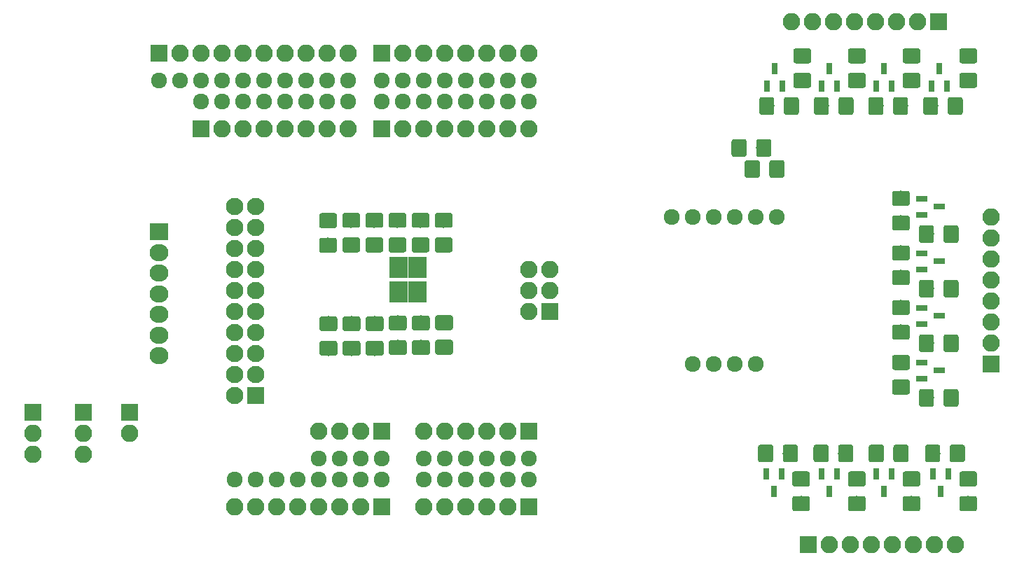
<source format=gbr>
G04 #@! TF.GenerationSoftware,KiCad,Pcbnew,5.0.0-fee4fd1~66~ubuntu18.04.1*
G04 #@! TF.CreationDate,2018-10-02T15:59:07+02:00*
G04 #@! TF.ProjectId,pcb,7063622E6B696361645F706362000000,rev?*
G04 #@! TF.SameCoordinates,Original*
G04 #@! TF.FileFunction,Soldermask,Bot*
G04 #@! TF.FilePolarity,Negative*
%FSLAX46Y46*%
G04 Gerber Fmt 4.6, Leading zero omitted, Abs format (unit mm)*
G04 Created by KiCad (PCBNEW 5.0.0-fee4fd1~66~ubuntu18.04.1) date Tue Oct  2 15:59:07 2018*
%MOMM*%
%LPD*%
G01*
G04 APERTURE LIST*
%ADD10C,1.924000*%
%ADD11C,1.923000*%
%ADD12C,0.100000*%
%ADD13C,1.825000*%
%ADD14O,2.250000X2.100000*%
%ADD15R,2.250000X2.100000*%
%ADD16O,2.100000X2.100000*%
%ADD17R,2.100000X2.100000*%
%ADD18C,2.100000*%
%ADD19R,0.740000X1.440000*%
%ADD20R,1.440000X0.740000*%
%ADD21R,2.200000X2.500000*%
G04 APERTURE END LIST*
D10*
G04 #@! TO.C,U2*
X83820000Y-101600000D03*
X86360000Y-101600000D03*
X74676000Y-53340000D03*
X77216000Y-53340000D03*
X93980000Y-101600000D03*
D11*
X79756000Y-53340000D03*
D10*
X82296000Y-53340000D03*
X84836000Y-53340000D03*
X87376000Y-53340000D03*
X89916000Y-53340000D03*
X92456000Y-53340000D03*
X94996000Y-53340000D03*
X97536000Y-53340000D03*
X101600000Y-53340000D03*
X104140000Y-53340000D03*
X106680000Y-53340000D03*
X109220000Y-53340000D03*
X111760000Y-53340000D03*
X114300000Y-53340000D03*
X116840000Y-53340000D03*
X119380000Y-53340000D03*
X88900000Y-101600000D03*
X91440000Y-101600000D03*
X96520000Y-101600000D03*
X99060000Y-101600000D03*
X101600000Y-101600000D03*
X111760000Y-101600000D03*
X109220000Y-101600000D03*
X106680000Y-101600000D03*
X114300000Y-101600000D03*
X116840000Y-101600000D03*
X119380000Y-101600000D03*
X119380000Y-55880000D03*
X116840000Y-55880000D03*
X114300000Y-55880000D03*
X111760000Y-55880000D03*
X109220000Y-55880000D03*
X106680000Y-55880000D03*
X104140000Y-55880000D03*
X101600000Y-55880000D03*
X97536000Y-55880000D03*
X94996000Y-55880000D03*
X92456000Y-55880000D03*
X89916000Y-55880000D03*
X87376000Y-55880000D03*
X84836000Y-55880000D03*
X82296000Y-55880000D03*
D11*
X79756000Y-55880000D03*
D10*
X119380000Y-99060000D03*
X116840000Y-99060000D03*
X114300000Y-99060000D03*
X106680000Y-99060000D03*
X109220000Y-99060000D03*
X111760000Y-99060000D03*
X101600000Y-99060000D03*
X99060000Y-99060000D03*
X96520000Y-99060000D03*
X93980000Y-99060000D03*
G04 #@! TD*
G04 #@! TO.C,U3*
X136652000Y-69850000D03*
X139192000Y-69850000D03*
X141732000Y-69850000D03*
X144272000Y-69850000D03*
X146812000Y-69850000D03*
X149352000Y-69850000D03*
X146812000Y-87630000D03*
X144272000Y-87630000D03*
X141732000Y-87630000D03*
X139192000Y-87630000D03*
G04 #@! TD*
D12*
G04 #@! TO.C,R6*
G36*
X147000707Y-62934542D02*
X147031787Y-62939152D01*
X147062266Y-62946787D01*
X147091850Y-62957372D01*
X147120254Y-62970806D01*
X147147204Y-62986959D01*
X147172442Y-63005677D01*
X147195723Y-63026777D01*
X147216823Y-63050058D01*
X147235541Y-63075296D01*
X147251694Y-63102246D01*
X147265128Y-63130650D01*
X147275713Y-63160234D01*
X147283348Y-63190713D01*
X147287958Y-63221793D01*
X147289500Y-63253176D01*
X147289500Y-64762824D01*
X147287958Y-64794207D01*
X147283348Y-64825287D01*
X147275713Y-64855766D01*
X147265128Y-64885350D01*
X147251694Y-64913754D01*
X147235541Y-64940704D01*
X147216823Y-64965942D01*
X147195723Y-64989223D01*
X147172442Y-65010323D01*
X147147204Y-65029041D01*
X147120254Y-65045194D01*
X147091850Y-65058628D01*
X147062266Y-65069213D01*
X147031787Y-65076848D01*
X147000707Y-65081458D01*
X146969324Y-65083000D01*
X145784676Y-65083000D01*
X145753293Y-65081458D01*
X145722213Y-65076848D01*
X145691734Y-65069213D01*
X145662150Y-65058628D01*
X145633746Y-65045194D01*
X145606796Y-65029041D01*
X145581558Y-65010323D01*
X145558277Y-64989223D01*
X145537177Y-64965942D01*
X145518459Y-64940704D01*
X145502306Y-64913754D01*
X145488872Y-64885350D01*
X145478287Y-64855766D01*
X145470652Y-64825287D01*
X145466042Y-64794207D01*
X145464500Y-64762824D01*
X145464500Y-63253176D01*
X145466042Y-63221793D01*
X145470652Y-63190713D01*
X145478287Y-63160234D01*
X145488872Y-63130650D01*
X145502306Y-63102246D01*
X145518459Y-63075296D01*
X145537177Y-63050058D01*
X145558277Y-63026777D01*
X145581558Y-63005677D01*
X145606796Y-62986959D01*
X145633746Y-62970806D01*
X145662150Y-62957372D01*
X145691734Y-62946787D01*
X145722213Y-62939152D01*
X145753293Y-62934542D01*
X145784676Y-62933000D01*
X146969324Y-62933000D01*
X147000707Y-62934542D01*
X147000707Y-62934542D01*
G37*
D13*
X146377000Y-64008000D03*
D12*
G36*
X149975707Y-62934542D02*
X150006787Y-62939152D01*
X150037266Y-62946787D01*
X150066850Y-62957372D01*
X150095254Y-62970806D01*
X150122204Y-62986959D01*
X150147442Y-63005677D01*
X150170723Y-63026777D01*
X150191823Y-63050058D01*
X150210541Y-63075296D01*
X150226694Y-63102246D01*
X150240128Y-63130650D01*
X150250713Y-63160234D01*
X150258348Y-63190713D01*
X150262958Y-63221793D01*
X150264500Y-63253176D01*
X150264500Y-64762824D01*
X150262958Y-64794207D01*
X150258348Y-64825287D01*
X150250713Y-64855766D01*
X150240128Y-64885350D01*
X150226694Y-64913754D01*
X150210541Y-64940704D01*
X150191823Y-64965942D01*
X150170723Y-64989223D01*
X150147442Y-65010323D01*
X150122204Y-65029041D01*
X150095254Y-65045194D01*
X150066850Y-65058628D01*
X150037266Y-65069213D01*
X150006787Y-65076848D01*
X149975707Y-65081458D01*
X149944324Y-65083000D01*
X148759676Y-65083000D01*
X148728293Y-65081458D01*
X148697213Y-65076848D01*
X148666734Y-65069213D01*
X148637150Y-65058628D01*
X148608746Y-65045194D01*
X148581796Y-65029041D01*
X148556558Y-65010323D01*
X148533277Y-64989223D01*
X148512177Y-64965942D01*
X148493459Y-64940704D01*
X148477306Y-64913754D01*
X148463872Y-64885350D01*
X148453287Y-64855766D01*
X148445652Y-64825287D01*
X148441042Y-64794207D01*
X148439500Y-64762824D01*
X148439500Y-63253176D01*
X148441042Y-63221793D01*
X148445652Y-63190713D01*
X148453287Y-63160234D01*
X148463872Y-63130650D01*
X148477306Y-63102246D01*
X148493459Y-63075296D01*
X148512177Y-63050058D01*
X148533277Y-63026777D01*
X148556558Y-63005677D01*
X148581796Y-62986959D01*
X148608746Y-62970806D01*
X148637150Y-62957372D01*
X148666734Y-62946787D01*
X148697213Y-62939152D01*
X148728293Y-62934542D01*
X148759676Y-62933000D01*
X149944324Y-62933000D01*
X149975707Y-62934542D01*
X149975707Y-62934542D01*
G37*
D13*
X149352000Y-64008000D03*
G04 #@! TD*
D12*
G04 #@! TO.C,R7*
G36*
X145403707Y-60394542D02*
X145434787Y-60399152D01*
X145465266Y-60406787D01*
X145494850Y-60417372D01*
X145523254Y-60430806D01*
X145550204Y-60446959D01*
X145575442Y-60465677D01*
X145598723Y-60486777D01*
X145619823Y-60510058D01*
X145638541Y-60535296D01*
X145654694Y-60562246D01*
X145668128Y-60590650D01*
X145678713Y-60620234D01*
X145686348Y-60650713D01*
X145690958Y-60681793D01*
X145692500Y-60713176D01*
X145692500Y-62222824D01*
X145690958Y-62254207D01*
X145686348Y-62285287D01*
X145678713Y-62315766D01*
X145668128Y-62345350D01*
X145654694Y-62373754D01*
X145638541Y-62400704D01*
X145619823Y-62425942D01*
X145598723Y-62449223D01*
X145575442Y-62470323D01*
X145550204Y-62489041D01*
X145523254Y-62505194D01*
X145494850Y-62518628D01*
X145465266Y-62529213D01*
X145434787Y-62536848D01*
X145403707Y-62541458D01*
X145372324Y-62543000D01*
X144187676Y-62543000D01*
X144156293Y-62541458D01*
X144125213Y-62536848D01*
X144094734Y-62529213D01*
X144065150Y-62518628D01*
X144036746Y-62505194D01*
X144009796Y-62489041D01*
X143984558Y-62470323D01*
X143961277Y-62449223D01*
X143940177Y-62425942D01*
X143921459Y-62400704D01*
X143905306Y-62373754D01*
X143891872Y-62345350D01*
X143881287Y-62315766D01*
X143873652Y-62285287D01*
X143869042Y-62254207D01*
X143867500Y-62222824D01*
X143867500Y-60713176D01*
X143869042Y-60681793D01*
X143873652Y-60650713D01*
X143881287Y-60620234D01*
X143891872Y-60590650D01*
X143905306Y-60562246D01*
X143921459Y-60535296D01*
X143940177Y-60510058D01*
X143961277Y-60486777D01*
X143984558Y-60465677D01*
X144009796Y-60446959D01*
X144036746Y-60430806D01*
X144065150Y-60417372D01*
X144094734Y-60406787D01*
X144125213Y-60399152D01*
X144156293Y-60394542D01*
X144187676Y-60393000D01*
X145372324Y-60393000D01*
X145403707Y-60394542D01*
X145403707Y-60394542D01*
G37*
D13*
X144780000Y-61468000D03*
D12*
G36*
X148378707Y-60394542D02*
X148409787Y-60399152D01*
X148440266Y-60406787D01*
X148469850Y-60417372D01*
X148498254Y-60430806D01*
X148525204Y-60446959D01*
X148550442Y-60465677D01*
X148573723Y-60486777D01*
X148594823Y-60510058D01*
X148613541Y-60535296D01*
X148629694Y-60562246D01*
X148643128Y-60590650D01*
X148653713Y-60620234D01*
X148661348Y-60650713D01*
X148665958Y-60681793D01*
X148667500Y-60713176D01*
X148667500Y-62222824D01*
X148665958Y-62254207D01*
X148661348Y-62285287D01*
X148653713Y-62315766D01*
X148643128Y-62345350D01*
X148629694Y-62373754D01*
X148613541Y-62400704D01*
X148594823Y-62425942D01*
X148573723Y-62449223D01*
X148550442Y-62470323D01*
X148525204Y-62489041D01*
X148498254Y-62505194D01*
X148469850Y-62518628D01*
X148440266Y-62529213D01*
X148409787Y-62536848D01*
X148378707Y-62541458D01*
X148347324Y-62543000D01*
X147162676Y-62543000D01*
X147131293Y-62541458D01*
X147100213Y-62536848D01*
X147069734Y-62529213D01*
X147040150Y-62518628D01*
X147011746Y-62505194D01*
X146984796Y-62489041D01*
X146959558Y-62470323D01*
X146936277Y-62449223D01*
X146915177Y-62425942D01*
X146896459Y-62400704D01*
X146880306Y-62373754D01*
X146866872Y-62345350D01*
X146856287Y-62315766D01*
X146848652Y-62285287D01*
X146844042Y-62254207D01*
X146842500Y-62222824D01*
X146842500Y-60713176D01*
X146844042Y-60681793D01*
X146848652Y-60650713D01*
X146856287Y-60620234D01*
X146866872Y-60590650D01*
X146880306Y-60562246D01*
X146896459Y-60535296D01*
X146915177Y-60510058D01*
X146936277Y-60486777D01*
X146959558Y-60465677D01*
X146984796Y-60446959D01*
X147011746Y-60430806D01*
X147040150Y-60417372D01*
X147069734Y-60406787D01*
X147100213Y-60399152D01*
X147131293Y-60394542D01*
X147162676Y-60393000D01*
X148347324Y-60393000D01*
X148378707Y-60394542D01*
X148378707Y-60394542D01*
G37*
D13*
X147755000Y-61468000D03*
G04 #@! TD*
D14*
G04 #@! TO.C,U4*
X74676000Y-86628000D03*
X74676000Y-84128000D03*
X74676000Y-81628000D03*
X74676000Y-79128000D03*
X74676000Y-76628000D03*
X74676000Y-74128000D03*
D15*
X74676000Y-71628000D03*
G04 #@! TD*
D16*
G04 #@! TO.C,J2*
X119380000Y-76200000D03*
X121920000Y-76200000D03*
X119380000Y-78740000D03*
X121920000Y-78740000D03*
X119380000Y-81280000D03*
D17*
X121920000Y-81280000D03*
G04 #@! TD*
D18*
G04 #@! TO.C,J1*
X83820000Y-68580000D03*
X86360000Y-68580000D03*
X83820000Y-71120000D03*
X86360000Y-71120000D03*
X83820000Y-73660000D03*
X86360000Y-73660000D03*
X83820000Y-76200000D03*
X86360000Y-76200000D03*
X83820000Y-78740000D03*
X86360000Y-78740000D03*
X83820000Y-81280000D03*
X86360000Y-81280000D03*
X83820000Y-83820000D03*
X86360000Y-83820000D03*
X83820000Y-86360000D03*
X86360000Y-86360000D03*
X83820000Y-88900000D03*
X86360000Y-88900000D03*
X83820000Y-91440000D03*
D17*
X86360000Y-91440000D03*
G04 #@! TD*
D16*
G04 #@! TO.C,JP2*
X97536000Y-59182000D03*
X94996000Y-59182000D03*
X92456000Y-59182000D03*
X89916000Y-59182000D03*
X87376000Y-59182000D03*
X84836000Y-59182000D03*
X82296000Y-59182000D03*
D17*
X79756000Y-59182000D03*
G04 #@! TD*
D16*
G04 #@! TO.C,JP3*
X119380000Y-50038000D03*
X116840000Y-50038000D03*
X114300000Y-50038000D03*
X111760000Y-50038000D03*
X109220000Y-50038000D03*
X106680000Y-50038000D03*
X104140000Y-50038000D03*
D17*
X101600000Y-50038000D03*
G04 #@! TD*
D19*
G04 #@! TO.C,Q1*
X169918903Y-53996300D03*
X168018903Y-53996300D03*
X168968903Y-51896300D03*
G04 #@! TD*
D20*
G04 #@! TO.C,Q2*
X166844000Y-89342000D03*
X166844000Y-87442000D03*
X168944000Y-88392000D03*
G04 #@! TD*
D19*
G04 #@! TO.C,Q3*
X163256000Y-53996300D03*
X161356000Y-53996300D03*
X162306000Y-51896300D03*
G04 #@! TD*
D20*
G04 #@! TO.C,Q4*
X166844000Y-82738000D03*
X166844000Y-80838000D03*
X168944000Y-81788000D03*
G04 #@! TD*
D21*
G04 #@! TO.C,Y1*
X105918000Y-78846000D03*
X105918000Y-75946000D03*
X103618000Y-75946000D03*
X103618000Y-78846000D03*
G04 #@! TD*
D16*
G04 #@! TO.C,BT1*
X71120000Y-96012000D03*
D17*
X71120000Y-93472000D03*
G04 #@! TD*
D12*
G04 #@! TO.C,R5*
G36*
X107053563Y-72287979D02*
X107084643Y-72292589D01*
X107115122Y-72300224D01*
X107144706Y-72310809D01*
X107173110Y-72324243D01*
X107200060Y-72340396D01*
X107225298Y-72359114D01*
X107248579Y-72380214D01*
X107269679Y-72403495D01*
X107288397Y-72428733D01*
X107304550Y-72455683D01*
X107317984Y-72484087D01*
X107328569Y-72513671D01*
X107336204Y-72544150D01*
X107340814Y-72575230D01*
X107342356Y-72606613D01*
X107342356Y-73791261D01*
X107340814Y-73822644D01*
X107336204Y-73853724D01*
X107328569Y-73884203D01*
X107317984Y-73913787D01*
X107304550Y-73942191D01*
X107288397Y-73969141D01*
X107269679Y-73994379D01*
X107248579Y-74017660D01*
X107225298Y-74038760D01*
X107200060Y-74057478D01*
X107173110Y-74073631D01*
X107144706Y-74087065D01*
X107115122Y-74097650D01*
X107084643Y-74105285D01*
X107053563Y-74109895D01*
X107022180Y-74111437D01*
X105512532Y-74111437D01*
X105481149Y-74109895D01*
X105450069Y-74105285D01*
X105419590Y-74097650D01*
X105390006Y-74087065D01*
X105361602Y-74073631D01*
X105334652Y-74057478D01*
X105309414Y-74038760D01*
X105286133Y-74017660D01*
X105265033Y-73994379D01*
X105246315Y-73969141D01*
X105230162Y-73942191D01*
X105216728Y-73913787D01*
X105206143Y-73884203D01*
X105198508Y-73853724D01*
X105193898Y-73822644D01*
X105192356Y-73791261D01*
X105192356Y-72606613D01*
X105193898Y-72575230D01*
X105198508Y-72544150D01*
X105206143Y-72513671D01*
X105216728Y-72484087D01*
X105230162Y-72455683D01*
X105246315Y-72428733D01*
X105265033Y-72403495D01*
X105286133Y-72380214D01*
X105309414Y-72359114D01*
X105334652Y-72340396D01*
X105361602Y-72324243D01*
X105390006Y-72310809D01*
X105419590Y-72300224D01*
X105450069Y-72292589D01*
X105481149Y-72287979D01*
X105512532Y-72286437D01*
X107022180Y-72286437D01*
X107053563Y-72287979D01*
X107053563Y-72287979D01*
G37*
D13*
X106267356Y-73198937D03*
D12*
G36*
X107053563Y-69312979D02*
X107084643Y-69317589D01*
X107115122Y-69325224D01*
X107144706Y-69335809D01*
X107173110Y-69349243D01*
X107200060Y-69365396D01*
X107225298Y-69384114D01*
X107248579Y-69405214D01*
X107269679Y-69428495D01*
X107288397Y-69453733D01*
X107304550Y-69480683D01*
X107317984Y-69509087D01*
X107328569Y-69538671D01*
X107336204Y-69569150D01*
X107340814Y-69600230D01*
X107342356Y-69631613D01*
X107342356Y-70816261D01*
X107340814Y-70847644D01*
X107336204Y-70878724D01*
X107328569Y-70909203D01*
X107317984Y-70938787D01*
X107304550Y-70967191D01*
X107288397Y-70994141D01*
X107269679Y-71019379D01*
X107248579Y-71042660D01*
X107225298Y-71063760D01*
X107200060Y-71082478D01*
X107173110Y-71098631D01*
X107144706Y-71112065D01*
X107115122Y-71122650D01*
X107084643Y-71130285D01*
X107053563Y-71134895D01*
X107022180Y-71136437D01*
X105512532Y-71136437D01*
X105481149Y-71134895D01*
X105450069Y-71130285D01*
X105419590Y-71122650D01*
X105390006Y-71112065D01*
X105361602Y-71098631D01*
X105334652Y-71082478D01*
X105309414Y-71063760D01*
X105286133Y-71042660D01*
X105265033Y-71019379D01*
X105246315Y-70994141D01*
X105230162Y-70967191D01*
X105216728Y-70938787D01*
X105206143Y-70909203D01*
X105198508Y-70878724D01*
X105193898Y-70847644D01*
X105192356Y-70816261D01*
X105192356Y-69631613D01*
X105193898Y-69600230D01*
X105198508Y-69569150D01*
X105206143Y-69538671D01*
X105216728Y-69509087D01*
X105230162Y-69480683D01*
X105246315Y-69453733D01*
X105265033Y-69428495D01*
X105286133Y-69405214D01*
X105309414Y-69384114D01*
X105334652Y-69365396D01*
X105361602Y-69349243D01*
X105390006Y-69335809D01*
X105419590Y-69325224D01*
X105450069Y-69317589D01*
X105481149Y-69312979D01*
X105512532Y-69311437D01*
X107022180Y-69311437D01*
X107053563Y-69312979D01*
X107053563Y-69312979D01*
G37*
D13*
X106267356Y-70223937D03*
G04 #@! TD*
D12*
G04 #@! TO.C,R8*
G36*
X168554207Y-55314542D02*
X168585287Y-55319152D01*
X168615766Y-55326787D01*
X168645350Y-55337372D01*
X168673754Y-55350806D01*
X168700704Y-55366959D01*
X168725942Y-55385677D01*
X168749223Y-55406777D01*
X168770323Y-55430058D01*
X168789041Y-55455296D01*
X168805194Y-55482246D01*
X168818628Y-55510650D01*
X168829213Y-55540234D01*
X168836848Y-55570713D01*
X168841458Y-55601793D01*
X168843000Y-55633176D01*
X168843000Y-57142824D01*
X168841458Y-57174207D01*
X168836848Y-57205287D01*
X168829213Y-57235766D01*
X168818628Y-57265350D01*
X168805194Y-57293754D01*
X168789041Y-57320704D01*
X168770323Y-57345942D01*
X168749223Y-57369223D01*
X168725942Y-57390323D01*
X168700704Y-57409041D01*
X168673754Y-57425194D01*
X168645350Y-57438628D01*
X168615766Y-57449213D01*
X168585287Y-57456848D01*
X168554207Y-57461458D01*
X168522824Y-57463000D01*
X167338176Y-57463000D01*
X167306793Y-57461458D01*
X167275713Y-57456848D01*
X167245234Y-57449213D01*
X167215650Y-57438628D01*
X167187246Y-57425194D01*
X167160296Y-57409041D01*
X167135058Y-57390323D01*
X167111777Y-57369223D01*
X167090677Y-57345942D01*
X167071959Y-57320704D01*
X167055806Y-57293754D01*
X167042372Y-57265350D01*
X167031787Y-57235766D01*
X167024152Y-57205287D01*
X167019542Y-57174207D01*
X167018000Y-57142824D01*
X167018000Y-55633176D01*
X167019542Y-55601793D01*
X167024152Y-55570713D01*
X167031787Y-55540234D01*
X167042372Y-55510650D01*
X167055806Y-55482246D01*
X167071959Y-55455296D01*
X167090677Y-55430058D01*
X167111777Y-55406777D01*
X167135058Y-55385677D01*
X167160296Y-55366959D01*
X167187246Y-55350806D01*
X167215650Y-55337372D01*
X167245234Y-55326787D01*
X167275713Y-55319152D01*
X167306793Y-55314542D01*
X167338176Y-55313000D01*
X168522824Y-55313000D01*
X168554207Y-55314542D01*
X168554207Y-55314542D01*
G37*
D13*
X167930500Y-56388000D03*
D12*
G36*
X171529207Y-55314542D02*
X171560287Y-55319152D01*
X171590766Y-55326787D01*
X171620350Y-55337372D01*
X171648754Y-55350806D01*
X171675704Y-55366959D01*
X171700942Y-55385677D01*
X171724223Y-55406777D01*
X171745323Y-55430058D01*
X171764041Y-55455296D01*
X171780194Y-55482246D01*
X171793628Y-55510650D01*
X171804213Y-55540234D01*
X171811848Y-55570713D01*
X171816458Y-55601793D01*
X171818000Y-55633176D01*
X171818000Y-57142824D01*
X171816458Y-57174207D01*
X171811848Y-57205287D01*
X171804213Y-57235766D01*
X171793628Y-57265350D01*
X171780194Y-57293754D01*
X171764041Y-57320704D01*
X171745323Y-57345942D01*
X171724223Y-57369223D01*
X171700942Y-57390323D01*
X171675704Y-57409041D01*
X171648754Y-57425194D01*
X171620350Y-57438628D01*
X171590766Y-57449213D01*
X171560287Y-57456848D01*
X171529207Y-57461458D01*
X171497824Y-57463000D01*
X170313176Y-57463000D01*
X170281793Y-57461458D01*
X170250713Y-57456848D01*
X170220234Y-57449213D01*
X170190650Y-57438628D01*
X170162246Y-57425194D01*
X170135296Y-57409041D01*
X170110058Y-57390323D01*
X170086777Y-57369223D01*
X170065677Y-57345942D01*
X170046959Y-57320704D01*
X170030806Y-57293754D01*
X170017372Y-57265350D01*
X170006787Y-57235766D01*
X169999152Y-57205287D01*
X169994542Y-57174207D01*
X169993000Y-57142824D01*
X169993000Y-55633176D01*
X169994542Y-55601793D01*
X169999152Y-55570713D01*
X170006787Y-55540234D01*
X170017372Y-55510650D01*
X170030806Y-55482246D01*
X170046959Y-55455296D01*
X170065677Y-55430058D01*
X170086777Y-55406777D01*
X170110058Y-55385677D01*
X170135296Y-55366959D01*
X170162246Y-55350806D01*
X170190650Y-55337372D01*
X170220234Y-55326787D01*
X170250713Y-55319152D01*
X170281793Y-55314542D01*
X170313176Y-55313000D01*
X171497824Y-55313000D01*
X171529207Y-55314542D01*
X171529207Y-55314542D01*
G37*
D13*
X170905500Y-56388000D03*
G04 #@! TD*
D12*
G04 #@! TO.C,R9*
G36*
X173252207Y-52392542D02*
X173283287Y-52397152D01*
X173313766Y-52404787D01*
X173343350Y-52415372D01*
X173371754Y-52428806D01*
X173398704Y-52444959D01*
X173423942Y-52463677D01*
X173447223Y-52484777D01*
X173468323Y-52508058D01*
X173487041Y-52533296D01*
X173503194Y-52560246D01*
X173516628Y-52588650D01*
X173527213Y-52618234D01*
X173534848Y-52648713D01*
X173539458Y-52679793D01*
X173541000Y-52711176D01*
X173541000Y-53895824D01*
X173539458Y-53927207D01*
X173534848Y-53958287D01*
X173527213Y-53988766D01*
X173516628Y-54018350D01*
X173503194Y-54046754D01*
X173487041Y-54073704D01*
X173468323Y-54098942D01*
X173447223Y-54122223D01*
X173423942Y-54143323D01*
X173398704Y-54162041D01*
X173371754Y-54178194D01*
X173343350Y-54191628D01*
X173313766Y-54202213D01*
X173283287Y-54209848D01*
X173252207Y-54214458D01*
X173220824Y-54216000D01*
X171711176Y-54216000D01*
X171679793Y-54214458D01*
X171648713Y-54209848D01*
X171618234Y-54202213D01*
X171588650Y-54191628D01*
X171560246Y-54178194D01*
X171533296Y-54162041D01*
X171508058Y-54143323D01*
X171484777Y-54122223D01*
X171463677Y-54098942D01*
X171444959Y-54073704D01*
X171428806Y-54046754D01*
X171415372Y-54018350D01*
X171404787Y-53988766D01*
X171397152Y-53958287D01*
X171392542Y-53927207D01*
X171391000Y-53895824D01*
X171391000Y-52711176D01*
X171392542Y-52679793D01*
X171397152Y-52648713D01*
X171404787Y-52618234D01*
X171415372Y-52588650D01*
X171428806Y-52560246D01*
X171444959Y-52533296D01*
X171463677Y-52508058D01*
X171484777Y-52484777D01*
X171508058Y-52463677D01*
X171533296Y-52444959D01*
X171560246Y-52428806D01*
X171588650Y-52415372D01*
X171618234Y-52404787D01*
X171648713Y-52397152D01*
X171679793Y-52392542D01*
X171711176Y-52391000D01*
X173220824Y-52391000D01*
X173252207Y-52392542D01*
X173252207Y-52392542D01*
G37*
D13*
X172466000Y-53303500D03*
D12*
G36*
X173252207Y-49417542D02*
X173283287Y-49422152D01*
X173313766Y-49429787D01*
X173343350Y-49440372D01*
X173371754Y-49453806D01*
X173398704Y-49469959D01*
X173423942Y-49488677D01*
X173447223Y-49509777D01*
X173468323Y-49533058D01*
X173487041Y-49558296D01*
X173503194Y-49585246D01*
X173516628Y-49613650D01*
X173527213Y-49643234D01*
X173534848Y-49673713D01*
X173539458Y-49704793D01*
X173541000Y-49736176D01*
X173541000Y-50920824D01*
X173539458Y-50952207D01*
X173534848Y-50983287D01*
X173527213Y-51013766D01*
X173516628Y-51043350D01*
X173503194Y-51071754D01*
X173487041Y-51098704D01*
X173468323Y-51123942D01*
X173447223Y-51147223D01*
X173423942Y-51168323D01*
X173398704Y-51187041D01*
X173371754Y-51203194D01*
X173343350Y-51216628D01*
X173313766Y-51227213D01*
X173283287Y-51234848D01*
X173252207Y-51239458D01*
X173220824Y-51241000D01*
X171711176Y-51241000D01*
X171679793Y-51239458D01*
X171648713Y-51234848D01*
X171618234Y-51227213D01*
X171588650Y-51216628D01*
X171560246Y-51203194D01*
X171533296Y-51187041D01*
X171508058Y-51168323D01*
X171484777Y-51147223D01*
X171463677Y-51123942D01*
X171444959Y-51098704D01*
X171428806Y-51071754D01*
X171415372Y-51043350D01*
X171404787Y-51013766D01*
X171397152Y-50983287D01*
X171392542Y-50952207D01*
X171391000Y-50920824D01*
X171391000Y-49736176D01*
X171392542Y-49704793D01*
X171397152Y-49673713D01*
X171404787Y-49643234D01*
X171415372Y-49613650D01*
X171428806Y-49585246D01*
X171444959Y-49558296D01*
X171463677Y-49533058D01*
X171484777Y-49509777D01*
X171508058Y-49488677D01*
X171533296Y-49469959D01*
X171560246Y-49453806D01*
X171588650Y-49440372D01*
X171618234Y-49429787D01*
X171648713Y-49422152D01*
X171679793Y-49417542D01*
X171711176Y-49416000D01*
X173220824Y-49416000D01*
X173252207Y-49417542D01*
X173252207Y-49417542D01*
G37*
D13*
X172466000Y-50328500D03*
G04 #@! TD*
D12*
G04 #@! TO.C,R10*
G36*
X165124207Y-86501542D02*
X165155287Y-86506152D01*
X165185766Y-86513787D01*
X165215350Y-86524372D01*
X165243754Y-86537806D01*
X165270704Y-86553959D01*
X165295942Y-86572677D01*
X165319223Y-86593777D01*
X165340323Y-86617058D01*
X165359041Y-86642296D01*
X165375194Y-86669246D01*
X165388628Y-86697650D01*
X165399213Y-86727234D01*
X165406848Y-86757713D01*
X165411458Y-86788793D01*
X165413000Y-86820176D01*
X165413000Y-88004824D01*
X165411458Y-88036207D01*
X165406848Y-88067287D01*
X165399213Y-88097766D01*
X165388628Y-88127350D01*
X165375194Y-88155754D01*
X165359041Y-88182704D01*
X165340323Y-88207942D01*
X165319223Y-88231223D01*
X165295942Y-88252323D01*
X165270704Y-88271041D01*
X165243754Y-88287194D01*
X165215350Y-88300628D01*
X165185766Y-88311213D01*
X165155287Y-88318848D01*
X165124207Y-88323458D01*
X165092824Y-88325000D01*
X163583176Y-88325000D01*
X163551793Y-88323458D01*
X163520713Y-88318848D01*
X163490234Y-88311213D01*
X163460650Y-88300628D01*
X163432246Y-88287194D01*
X163405296Y-88271041D01*
X163380058Y-88252323D01*
X163356777Y-88231223D01*
X163335677Y-88207942D01*
X163316959Y-88182704D01*
X163300806Y-88155754D01*
X163287372Y-88127350D01*
X163276787Y-88097766D01*
X163269152Y-88067287D01*
X163264542Y-88036207D01*
X163263000Y-88004824D01*
X163263000Y-86820176D01*
X163264542Y-86788793D01*
X163269152Y-86757713D01*
X163276787Y-86727234D01*
X163287372Y-86697650D01*
X163300806Y-86669246D01*
X163316959Y-86642296D01*
X163335677Y-86617058D01*
X163356777Y-86593777D01*
X163380058Y-86572677D01*
X163405296Y-86553959D01*
X163432246Y-86537806D01*
X163460650Y-86524372D01*
X163490234Y-86513787D01*
X163520713Y-86506152D01*
X163551793Y-86501542D01*
X163583176Y-86500000D01*
X165092824Y-86500000D01*
X165124207Y-86501542D01*
X165124207Y-86501542D01*
G37*
D13*
X164338000Y-87412500D03*
D12*
G36*
X165124207Y-89476542D02*
X165155287Y-89481152D01*
X165185766Y-89488787D01*
X165215350Y-89499372D01*
X165243754Y-89512806D01*
X165270704Y-89528959D01*
X165295942Y-89547677D01*
X165319223Y-89568777D01*
X165340323Y-89592058D01*
X165359041Y-89617296D01*
X165375194Y-89644246D01*
X165388628Y-89672650D01*
X165399213Y-89702234D01*
X165406848Y-89732713D01*
X165411458Y-89763793D01*
X165413000Y-89795176D01*
X165413000Y-90979824D01*
X165411458Y-91011207D01*
X165406848Y-91042287D01*
X165399213Y-91072766D01*
X165388628Y-91102350D01*
X165375194Y-91130754D01*
X165359041Y-91157704D01*
X165340323Y-91182942D01*
X165319223Y-91206223D01*
X165295942Y-91227323D01*
X165270704Y-91246041D01*
X165243754Y-91262194D01*
X165215350Y-91275628D01*
X165185766Y-91286213D01*
X165155287Y-91293848D01*
X165124207Y-91298458D01*
X165092824Y-91300000D01*
X163583176Y-91300000D01*
X163551793Y-91298458D01*
X163520713Y-91293848D01*
X163490234Y-91286213D01*
X163460650Y-91275628D01*
X163432246Y-91262194D01*
X163405296Y-91246041D01*
X163380058Y-91227323D01*
X163356777Y-91206223D01*
X163335677Y-91182942D01*
X163316959Y-91157704D01*
X163300806Y-91130754D01*
X163287372Y-91102350D01*
X163276787Y-91072766D01*
X163269152Y-91042287D01*
X163264542Y-91011207D01*
X163263000Y-90979824D01*
X163263000Y-89795176D01*
X163264542Y-89763793D01*
X163269152Y-89732713D01*
X163276787Y-89702234D01*
X163287372Y-89672650D01*
X163300806Y-89644246D01*
X163316959Y-89617296D01*
X163335677Y-89592058D01*
X163356777Y-89568777D01*
X163380058Y-89547677D01*
X163405296Y-89528959D01*
X163432246Y-89512806D01*
X163460650Y-89499372D01*
X163490234Y-89488787D01*
X163520713Y-89481152D01*
X163551793Y-89476542D01*
X163583176Y-89475000D01*
X165092824Y-89475000D01*
X165124207Y-89476542D01*
X165124207Y-89476542D01*
G37*
D13*
X164338000Y-90387500D03*
G04 #@! TD*
D12*
G04 #@! TO.C,R11*
G36*
X168046207Y-90620542D02*
X168077287Y-90625152D01*
X168107766Y-90632787D01*
X168137350Y-90643372D01*
X168165754Y-90656806D01*
X168192704Y-90672959D01*
X168217942Y-90691677D01*
X168241223Y-90712777D01*
X168262323Y-90736058D01*
X168281041Y-90761296D01*
X168297194Y-90788246D01*
X168310628Y-90816650D01*
X168321213Y-90846234D01*
X168328848Y-90876713D01*
X168333458Y-90907793D01*
X168335000Y-90939176D01*
X168335000Y-92448824D01*
X168333458Y-92480207D01*
X168328848Y-92511287D01*
X168321213Y-92541766D01*
X168310628Y-92571350D01*
X168297194Y-92599754D01*
X168281041Y-92626704D01*
X168262323Y-92651942D01*
X168241223Y-92675223D01*
X168217942Y-92696323D01*
X168192704Y-92715041D01*
X168165754Y-92731194D01*
X168137350Y-92744628D01*
X168107766Y-92755213D01*
X168077287Y-92762848D01*
X168046207Y-92767458D01*
X168014824Y-92769000D01*
X166830176Y-92769000D01*
X166798793Y-92767458D01*
X166767713Y-92762848D01*
X166737234Y-92755213D01*
X166707650Y-92744628D01*
X166679246Y-92731194D01*
X166652296Y-92715041D01*
X166627058Y-92696323D01*
X166603777Y-92675223D01*
X166582677Y-92651942D01*
X166563959Y-92626704D01*
X166547806Y-92599754D01*
X166534372Y-92571350D01*
X166523787Y-92541766D01*
X166516152Y-92511287D01*
X166511542Y-92480207D01*
X166510000Y-92448824D01*
X166510000Y-90939176D01*
X166511542Y-90907793D01*
X166516152Y-90876713D01*
X166523787Y-90846234D01*
X166534372Y-90816650D01*
X166547806Y-90788246D01*
X166563959Y-90761296D01*
X166582677Y-90736058D01*
X166603777Y-90712777D01*
X166627058Y-90691677D01*
X166652296Y-90672959D01*
X166679246Y-90656806D01*
X166707650Y-90643372D01*
X166737234Y-90632787D01*
X166767713Y-90625152D01*
X166798793Y-90620542D01*
X166830176Y-90619000D01*
X168014824Y-90619000D01*
X168046207Y-90620542D01*
X168046207Y-90620542D01*
G37*
D13*
X167422500Y-91694000D03*
D12*
G36*
X171021207Y-90620542D02*
X171052287Y-90625152D01*
X171082766Y-90632787D01*
X171112350Y-90643372D01*
X171140754Y-90656806D01*
X171167704Y-90672959D01*
X171192942Y-90691677D01*
X171216223Y-90712777D01*
X171237323Y-90736058D01*
X171256041Y-90761296D01*
X171272194Y-90788246D01*
X171285628Y-90816650D01*
X171296213Y-90846234D01*
X171303848Y-90876713D01*
X171308458Y-90907793D01*
X171310000Y-90939176D01*
X171310000Y-92448824D01*
X171308458Y-92480207D01*
X171303848Y-92511287D01*
X171296213Y-92541766D01*
X171285628Y-92571350D01*
X171272194Y-92599754D01*
X171256041Y-92626704D01*
X171237323Y-92651942D01*
X171216223Y-92675223D01*
X171192942Y-92696323D01*
X171167704Y-92715041D01*
X171140754Y-92731194D01*
X171112350Y-92744628D01*
X171082766Y-92755213D01*
X171052287Y-92762848D01*
X171021207Y-92767458D01*
X170989824Y-92769000D01*
X169805176Y-92769000D01*
X169773793Y-92767458D01*
X169742713Y-92762848D01*
X169712234Y-92755213D01*
X169682650Y-92744628D01*
X169654246Y-92731194D01*
X169627296Y-92715041D01*
X169602058Y-92696323D01*
X169578777Y-92675223D01*
X169557677Y-92651942D01*
X169538959Y-92626704D01*
X169522806Y-92599754D01*
X169509372Y-92571350D01*
X169498787Y-92541766D01*
X169491152Y-92511287D01*
X169486542Y-92480207D01*
X169485000Y-92448824D01*
X169485000Y-90939176D01*
X169486542Y-90907793D01*
X169491152Y-90876713D01*
X169498787Y-90846234D01*
X169509372Y-90816650D01*
X169522806Y-90788246D01*
X169538959Y-90761296D01*
X169557677Y-90736058D01*
X169578777Y-90712777D01*
X169602058Y-90691677D01*
X169627296Y-90672959D01*
X169654246Y-90656806D01*
X169682650Y-90643372D01*
X169712234Y-90632787D01*
X169742713Y-90625152D01*
X169773793Y-90620542D01*
X169805176Y-90619000D01*
X170989824Y-90619000D01*
X171021207Y-90620542D01*
X171021207Y-90620542D01*
G37*
D13*
X170397500Y-91694000D03*
G04 #@! TD*
D12*
G04 #@! TO.C,R12*
G36*
X161942647Y-55314542D02*
X161973727Y-55319152D01*
X162004206Y-55326787D01*
X162033790Y-55337372D01*
X162062194Y-55350806D01*
X162089144Y-55366959D01*
X162114382Y-55385677D01*
X162137663Y-55406777D01*
X162158763Y-55430058D01*
X162177481Y-55455296D01*
X162193634Y-55482246D01*
X162207068Y-55510650D01*
X162217653Y-55540234D01*
X162225288Y-55570713D01*
X162229898Y-55601793D01*
X162231440Y-55633176D01*
X162231440Y-57142824D01*
X162229898Y-57174207D01*
X162225288Y-57205287D01*
X162217653Y-57235766D01*
X162207068Y-57265350D01*
X162193634Y-57293754D01*
X162177481Y-57320704D01*
X162158763Y-57345942D01*
X162137663Y-57369223D01*
X162114382Y-57390323D01*
X162089144Y-57409041D01*
X162062194Y-57425194D01*
X162033790Y-57438628D01*
X162004206Y-57449213D01*
X161973727Y-57456848D01*
X161942647Y-57461458D01*
X161911264Y-57463000D01*
X160726616Y-57463000D01*
X160695233Y-57461458D01*
X160664153Y-57456848D01*
X160633674Y-57449213D01*
X160604090Y-57438628D01*
X160575686Y-57425194D01*
X160548736Y-57409041D01*
X160523498Y-57390323D01*
X160500217Y-57369223D01*
X160479117Y-57345942D01*
X160460399Y-57320704D01*
X160444246Y-57293754D01*
X160430812Y-57265350D01*
X160420227Y-57235766D01*
X160412592Y-57205287D01*
X160407982Y-57174207D01*
X160406440Y-57142824D01*
X160406440Y-55633176D01*
X160407982Y-55601793D01*
X160412592Y-55570713D01*
X160420227Y-55540234D01*
X160430812Y-55510650D01*
X160444246Y-55482246D01*
X160460399Y-55455296D01*
X160479117Y-55430058D01*
X160500217Y-55406777D01*
X160523498Y-55385677D01*
X160548736Y-55366959D01*
X160575686Y-55350806D01*
X160604090Y-55337372D01*
X160633674Y-55326787D01*
X160664153Y-55319152D01*
X160695233Y-55314542D01*
X160726616Y-55313000D01*
X161911264Y-55313000D01*
X161942647Y-55314542D01*
X161942647Y-55314542D01*
G37*
D13*
X161318940Y-56388000D03*
D12*
G36*
X164917647Y-55314542D02*
X164948727Y-55319152D01*
X164979206Y-55326787D01*
X165008790Y-55337372D01*
X165037194Y-55350806D01*
X165064144Y-55366959D01*
X165089382Y-55385677D01*
X165112663Y-55406777D01*
X165133763Y-55430058D01*
X165152481Y-55455296D01*
X165168634Y-55482246D01*
X165182068Y-55510650D01*
X165192653Y-55540234D01*
X165200288Y-55570713D01*
X165204898Y-55601793D01*
X165206440Y-55633176D01*
X165206440Y-57142824D01*
X165204898Y-57174207D01*
X165200288Y-57205287D01*
X165192653Y-57235766D01*
X165182068Y-57265350D01*
X165168634Y-57293754D01*
X165152481Y-57320704D01*
X165133763Y-57345942D01*
X165112663Y-57369223D01*
X165089382Y-57390323D01*
X165064144Y-57409041D01*
X165037194Y-57425194D01*
X165008790Y-57438628D01*
X164979206Y-57449213D01*
X164948727Y-57456848D01*
X164917647Y-57461458D01*
X164886264Y-57463000D01*
X163701616Y-57463000D01*
X163670233Y-57461458D01*
X163639153Y-57456848D01*
X163608674Y-57449213D01*
X163579090Y-57438628D01*
X163550686Y-57425194D01*
X163523736Y-57409041D01*
X163498498Y-57390323D01*
X163475217Y-57369223D01*
X163454117Y-57345942D01*
X163435399Y-57320704D01*
X163419246Y-57293754D01*
X163405812Y-57265350D01*
X163395227Y-57235766D01*
X163387592Y-57205287D01*
X163382982Y-57174207D01*
X163381440Y-57142824D01*
X163381440Y-55633176D01*
X163382982Y-55601793D01*
X163387592Y-55570713D01*
X163395227Y-55540234D01*
X163405812Y-55510650D01*
X163419246Y-55482246D01*
X163435399Y-55455296D01*
X163454117Y-55430058D01*
X163475217Y-55406777D01*
X163498498Y-55385677D01*
X163523736Y-55366959D01*
X163550686Y-55350806D01*
X163579090Y-55337372D01*
X163608674Y-55326787D01*
X163639153Y-55319152D01*
X163670233Y-55314542D01*
X163701616Y-55313000D01*
X164886264Y-55313000D01*
X164917647Y-55314542D01*
X164917647Y-55314542D01*
G37*
D13*
X164293940Y-56388000D03*
G04 #@! TD*
D12*
G04 #@! TO.C,R13*
G36*
X166394207Y-52392542D02*
X166425287Y-52397152D01*
X166455766Y-52404787D01*
X166485350Y-52415372D01*
X166513754Y-52428806D01*
X166540704Y-52444959D01*
X166565942Y-52463677D01*
X166589223Y-52484777D01*
X166610323Y-52508058D01*
X166629041Y-52533296D01*
X166645194Y-52560246D01*
X166658628Y-52588650D01*
X166669213Y-52618234D01*
X166676848Y-52648713D01*
X166681458Y-52679793D01*
X166683000Y-52711176D01*
X166683000Y-53895824D01*
X166681458Y-53927207D01*
X166676848Y-53958287D01*
X166669213Y-53988766D01*
X166658628Y-54018350D01*
X166645194Y-54046754D01*
X166629041Y-54073704D01*
X166610323Y-54098942D01*
X166589223Y-54122223D01*
X166565942Y-54143323D01*
X166540704Y-54162041D01*
X166513754Y-54178194D01*
X166485350Y-54191628D01*
X166455766Y-54202213D01*
X166425287Y-54209848D01*
X166394207Y-54214458D01*
X166362824Y-54216000D01*
X164853176Y-54216000D01*
X164821793Y-54214458D01*
X164790713Y-54209848D01*
X164760234Y-54202213D01*
X164730650Y-54191628D01*
X164702246Y-54178194D01*
X164675296Y-54162041D01*
X164650058Y-54143323D01*
X164626777Y-54122223D01*
X164605677Y-54098942D01*
X164586959Y-54073704D01*
X164570806Y-54046754D01*
X164557372Y-54018350D01*
X164546787Y-53988766D01*
X164539152Y-53958287D01*
X164534542Y-53927207D01*
X164533000Y-53895824D01*
X164533000Y-52711176D01*
X164534542Y-52679793D01*
X164539152Y-52648713D01*
X164546787Y-52618234D01*
X164557372Y-52588650D01*
X164570806Y-52560246D01*
X164586959Y-52533296D01*
X164605677Y-52508058D01*
X164626777Y-52484777D01*
X164650058Y-52463677D01*
X164675296Y-52444959D01*
X164702246Y-52428806D01*
X164730650Y-52415372D01*
X164760234Y-52404787D01*
X164790713Y-52397152D01*
X164821793Y-52392542D01*
X164853176Y-52391000D01*
X166362824Y-52391000D01*
X166394207Y-52392542D01*
X166394207Y-52392542D01*
G37*
D13*
X165608000Y-53303500D03*
D12*
G36*
X166394207Y-49417542D02*
X166425287Y-49422152D01*
X166455766Y-49429787D01*
X166485350Y-49440372D01*
X166513754Y-49453806D01*
X166540704Y-49469959D01*
X166565942Y-49488677D01*
X166589223Y-49509777D01*
X166610323Y-49533058D01*
X166629041Y-49558296D01*
X166645194Y-49585246D01*
X166658628Y-49613650D01*
X166669213Y-49643234D01*
X166676848Y-49673713D01*
X166681458Y-49704793D01*
X166683000Y-49736176D01*
X166683000Y-50920824D01*
X166681458Y-50952207D01*
X166676848Y-50983287D01*
X166669213Y-51013766D01*
X166658628Y-51043350D01*
X166645194Y-51071754D01*
X166629041Y-51098704D01*
X166610323Y-51123942D01*
X166589223Y-51147223D01*
X166565942Y-51168323D01*
X166540704Y-51187041D01*
X166513754Y-51203194D01*
X166485350Y-51216628D01*
X166455766Y-51227213D01*
X166425287Y-51234848D01*
X166394207Y-51239458D01*
X166362824Y-51241000D01*
X164853176Y-51241000D01*
X164821793Y-51239458D01*
X164790713Y-51234848D01*
X164760234Y-51227213D01*
X164730650Y-51216628D01*
X164702246Y-51203194D01*
X164675296Y-51187041D01*
X164650058Y-51168323D01*
X164626777Y-51147223D01*
X164605677Y-51123942D01*
X164586959Y-51098704D01*
X164570806Y-51071754D01*
X164557372Y-51043350D01*
X164546787Y-51013766D01*
X164539152Y-50983287D01*
X164534542Y-50952207D01*
X164533000Y-50920824D01*
X164533000Y-49736176D01*
X164534542Y-49704793D01*
X164539152Y-49673713D01*
X164546787Y-49643234D01*
X164557372Y-49613650D01*
X164570806Y-49585246D01*
X164586959Y-49558296D01*
X164605677Y-49533058D01*
X164626777Y-49509777D01*
X164650058Y-49488677D01*
X164675296Y-49469959D01*
X164702246Y-49453806D01*
X164730650Y-49440372D01*
X164760234Y-49429787D01*
X164790713Y-49422152D01*
X164821793Y-49417542D01*
X164853176Y-49416000D01*
X166362824Y-49416000D01*
X166394207Y-49417542D01*
X166394207Y-49417542D01*
G37*
D13*
X165608000Y-50328500D03*
G04 #@! TD*
D12*
G04 #@! TO.C,R14*
G36*
X165124207Y-79861042D02*
X165155287Y-79865652D01*
X165185766Y-79873287D01*
X165215350Y-79883872D01*
X165243754Y-79897306D01*
X165270704Y-79913459D01*
X165295942Y-79932177D01*
X165319223Y-79953277D01*
X165340323Y-79976558D01*
X165359041Y-80001796D01*
X165375194Y-80028746D01*
X165388628Y-80057150D01*
X165399213Y-80086734D01*
X165406848Y-80117213D01*
X165411458Y-80148293D01*
X165413000Y-80179676D01*
X165413000Y-81364324D01*
X165411458Y-81395707D01*
X165406848Y-81426787D01*
X165399213Y-81457266D01*
X165388628Y-81486850D01*
X165375194Y-81515254D01*
X165359041Y-81542204D01*
X165340323Y-81567442D01*
X165319223Y-81590723D01*
X165295942Y-81611823D01*
X165270704Y-81630541D01*
X165243754Y-81646694D01*
X165215350Y-81660128D01*
X165185766Y-81670713D01*
X165155287Y-81678348D01*
X165124207Y-81682958D01*
X165092824Y-81684500D01*
X163583176Y-81684500D01*
X163551793Y-81682958D01*
X163520713Y-81678348D01*
X163490234Y-81670713D01*
X163460650Y-81660128D01*
X163432246Y-81646694D01*
X163405296Y-81630541D01*
X163380058Y-81611823D01*
X163356777Y-81590723D01*
X163335677Y-81567442D01*
X163316959Y-81542204D01*
X163300806Y-81515254D01*
X163287372Y-81486850D01*
X163276787Y-81457266D01*
X163269152Y-81426787D01*
X163264542Y-81395707D01*
X163263000Y-81364324D01*
X163263000Y-80179676D01*
X163264542Y-80148293D01*
X163269152Y-80117213D01*
X163276787Y-80086734D01*
X163287372Y-80057150D01*
X163300806Y-80028746D01*
X163316959Y-80001796D01*
X163335677Y-79976558D01*
X163356777Y-79953277D01*
X163380058Y-79932177D01*
X163405296Y-79913459D01*
X163432246Y-79897306D01*
X163460650Y-79883872D01*
X163490234Y-79873287D01*
X163520713Y-79865652D01*
X163551793Y-79861042D01*
X163583176Y-79859500D01*
X165092824Y-79859500D01*
X165124207Y-79861042D01*
X165124207Y-79861042D01*
G37*
D13*
X164338000Y-80772000D03*
D12*
G36*
X165124207Y-82836042D02*
X165155287Y-82840652D01*
X165185766Y-82848287D01*
X165215350Y-82858872D01*
X165243754Y-82872306D01*
X165270704Y-82888459D01*
X165295942Y-82907177D01*
X165319223Y-82928277D01*
X165340323Y-82951558D01*
X165359041Y-82976796D01*
X165375194Y-83003746D01*
X165388628Y-83032150D01*
X165399213Y-83061734D01*
X165406848Y-83092213D01*
X165411458Y-83123293D01*
X165413000Y-83154676D01*
X165413000Y-84339324D01*
X165411458Y-84370707D01*
X165406848Y-84401787D01*
X165399213Y-84432266D01*
X165388628Y-84461850D01*
X165375194Y-84490254D01*
X165359041Y-84517204D01*
X165340323Y-84542442D01*
X165319223Y-84565723D01*
X165295942Y-84586823D01*
X165270704Y-84605541D01*
X165243754Y-84621694D01*
X165215350Y-84635128D01*
X165185766Y-84645713D01*
X165155287Y-84653348D01*
X165124207Y-84657958D01*
X165092824Y-84659500D01*
X163583176Y-84659500D01*
X163551793Y-84657958D01*
X163520713Y-84653348D01*
X163490234Y-84645713D01*
X163460650Y-84635128D01*
X163432246Y-84621694D01*
X163405296Y-84605541D01*
X163380058Y-84586823D01*
X163356777Y-84565723D01*
X163335677Y-84542442D01*
X163316959Y-84517204D01*
X163300806Y-84490254D01*
X163287372Y-84461850D01*
X163276787Y-84432266D01*
X163269152Y-84401787D01*
X163264542Y-84370707D01*
X163263000Y-84339324D01*
X163263000Y-83154676D01*
X163264542Y-83123293D01*
X163269152Y-83092213D01*
X163276787Y-83061734D01*
X163287372Y-83032150D01*
X163300806Y-83003746D01*
X163316959Y-82976796D01*
X163335677Y-82951558D01*
X163356777Y-82928277D01*
X163380058Y-82907177D01*
X163405296Y-82888459D01*
X163432246Y-82872306D01*
X163460650Y-82858872D01*
X163490234Y-82848287D01*
X163520713Y-82840652D01*
X163551793Y-82836042D01*
X163583176Y-82834500D01*
X165092824Y-82834500D01*
X165124207Y-82836042D01*
X165124207Y-82836042D01*
G37*
D13*
X164338000Y-83747000D03*
G04 #@! TD*
D12*
G04 #@! TO.C,R15*
G36*
X168046207Y-84016542D02*
X168077287Y-84021152D01*
X168107766Y-84028787D01*
X168137350Y-84039372D01*
X168165754Y-84052806D01*
X168192704Y-84068959D01*
X168217942Y-84087677D01*
X168241223Y-84108777D01*
X168262323Y-84132058D01*
X168281041Y-84157296D01*
X168297194Y-84184246D01*
X168310628Y-84212650D01*
X168321213Y-84242234D01*
X168328848Y-84272713D01*
X168333458Y-84303793D01*
X168335000Y-84335176D01*
X168335000Y-85844824D01*
X168333458Y-85876207D01*
X168328848Y-85907287D01*
X168321213Y-85937766D01*
X168310628Y-85967350D01*
X168297194Y-85995754D01*
X168281041Y-86022704D01*
X168262323Y-86047942D01*
X168241223Y-86071223D01*
X168217942Y-86092323D01*
X168192704Y-86111041D01*
X168165754Y-86127194D01*
X168137350Y-86140628D01*
X168107766Y-86151213D01*
X168077287Y-86158848D01*
X168046207Y-86163458D01*
X168014824Y-86165000D01*
X166830176Y-86165000D01*
X166798793Y-86163458D01*
X166767713Y-86158848D01*
X166737234Y-86151213D01*
X166707650Y-86140628D01*
X166679246Y-86127194D01*
X166652296Y-86111041D01*
X166627058Y-86092323D01*
X166603777Y-86071223D01*
X166582677Y-86047942D01*
X166563959Y-86022704D01*
X166547806Y-85995754D01*
X166534372Y-85967350D01*
X166523787Y-85937766D01*
X166516152Y-85907287D01*
X166511542Y-85876207D01*
X166510000Y-85844824D01*
X166510000Y-84335176D01*
X166511542Y-84303793D01*
X166516152Y-84272713D01*
X166523787Y-84242234D01*
X166534372Y-84212650D01*
X166547806Y-84184246D01*
X166563959Y-84157296D01*
X166582677Y-84132058D01*
X166603777Y-84108777D01*
X166627058Y-84087677D01*
X166652296Y-84068959D01*
X166679246Y-84052806D01*
X166707650Y-84039372D01*
X166737234Y-84028787D01*
X166767713Y-84021152D01*
X166798793Y-84016542D01*
X166830176Y-84015000D01*
X168014824Y-84015000D01*
X168046207Y-84016542D01*
X168046207Y-84016542D01*
G37*
D13*
X167422500Y-85090000D03*
D12*
G36*
X171021207Y-84016542D02*
X171052287Y-84021152D01*
X171082766Y-84028787D01*
X171112350Y-84039372D01*
X171140754Y-84052806D01*
X171167704Y-84068959D01*
X171192942Y-84087677D01*
X171216223Y-84108777D01*
X171237323Y-84132058D01*
X171256041Y-84157296D01*
X171272194Y-84184246D01*
X171285628Y-84212650D01*
X171296213Y-84242234D01*
X171303848Y-84272713D01*
X171308458Y-84303793D01*
X171310000Y-84335176D01*
X171310000Y-85844824D01*
X171308458Y-85876207D01*
X171303848Y-85907287D01*
X171296213Y-85937766D01*
X171285628Y-85967350D01*
X171272194Y-85995754D01*
X171256041Y-86022704D01*
X171237323Y-86047942D01*
X171216223Y-86071223D01*
X171192942Y-86092323D01*
X171167704Y-86111041D01*
X171140754Y-86127194D01*
X171112350Y-86140628D01*
X171082766Y-86151213D01*
X171052287Y-86158848D01*
X171021207Y-86163458D01*
X170989824Y-86165000D01*
X169805176Y-86165000D01*
X169773793Y-86163458D01*
X169742713Y-86158848D01*
X169712234Y-86151213D01*
X169682650Y-86140628D01*
X169654246Y-86127194D01*
X169627296Y-86111041D01*
X169602058Y-86092323D01*
X169578777Y-86071223D01*
X169557677Y-86047942D01*
X169538959Y-86022704D01*
X169522806Y-85995754D01*
X169509372Y-85967350D01*
X169498787Y-85937766D01*
X169491152Y-85907287D01*
X169486542Y-85876207D01*
X169485000Y-85844824D01*
X169485000Y-84335176D01*
X169486542Y-84303793D01*
X169491152Y-84272713D01*
X169498787Y-84242234D01*
X169509372Y-84212650D01*
X169522806Y-84184246D01*
X169538959Y-84157296D01*
X169557677Y-84132058D01*
X169578777Y-84108777D01*
X169602058Y-84087677D01*
X169627296Y-84068959D01*
X169654246Y-84052806D01*
X169682650Y-84039372D01*
X169712234Y-84028787D01*
X169742713Y-84021152D01*
X169773793Y-84016542D01*
X169805176Y-84015000D01*
X170989824Y-84015000D01*
X171021207Y-84016542D01*
X171021207Y-84016542D01*
G37*
D13*
X170397500Y-85090000D03*
G04 #@! TD*
D12*
G04 #@! TO.C,R16*
G36*
X155346207Y-55314542D02*
X155377287Y-55319152D01*
X155407766Y-55326787D01*
X155437350Y-55337372D01*
X155465754Y-55350806D01*
X155492704Y-55366959D01*
X155517942Y-55385677D01*
X155541223Y-55406777D01*
X155562323Y-55430058D01*
X155581041Y-55455296D01*
X155597194Y-55482246D01*
X155610628Y-55510650D01*
X155621213Y-55540234D01*
X155628848Y-55570713D01*
X155633458Y-55601793D01*
X155635000Y-55633176D01*
X155635000Y-57142824D01*
X155633458Y-57174207D01*
X155628848Y-57205287D01*
X155621213Y-57235766D01*
X155610628Y-57265350D01*
X155597194Y-57293754D01*
X155581041Y-57320704D01*
X155562323Y-57345942D01*
X155541223Y-57369223D01*
X155517942Y-57390323D01*
X155492704Y-57409041D01*
X155465754Y-57425194D01*
X155437350Y-57438628D01*
X155407766Y-57449213D01*
X155377287Y-57456848D01*
X155346207Y-57461458D01*
X155314824Y-57463000D01*
X154130176Y-57463000D01*
X154098793Y-57461458D01*
X154067713Y-57456848D01*
X154037234Y-57449213D01*
X154007650Y-57438628D01*
X153979246Y-57425194D01*
X153952296Y-57409041D01*
X153927058Y-57390323D01*
X153903777Y-57369223D01*
X153882677Y-57345942D01*
X153863959Y-57320704D01*
X153847806Y-57293754D01*
X153834372Y-57265350D01*
X153823787Y-57235766D01*
X153816152Y-57205287D01*
X153811542Y-57174207D01*
X153810000Y-57142824D01*
X153810000Y-55633176D01*
X153811542Y-55601793D01*
X153816152Y-55570713D01*
X153823787Y-55540234D01*
X153834372Y-55510650D01*
X153847806Y-55482246D01*
X153863959Y-55455296D01*
X153882677Y-55430058D01*
X153903777Y-55406777D01*
X153927058Y-55385677D01*
X153952296Y-55366959D01*
X153979246Y-55350806D01*
X154007650Y-55337372D01*
X154037234Y-55326787D01*
X154067713Y-55319152D01*
X154098793Y-55314542D01*
X154130176Y-55313000D01*
X155314824Y-55313000D01*
X155346207Y-55314542D01*
X155346207Y-55314542D01*
G37*
D13*
X154722500Y-56388000D03*
D12*
G36*
X158321207Y-55314542D02*
X158352287Y-55319152D01*
X158382766Y-55326787D01*
X158412350Y-55337372D01*
X158440754Y-55350806D01*
X158467704Y-55366959D01*
X158492942Y-55385677D01*
X158516223Y-55406777D01*
X158537323Y-55430058D01*
X158556041Y-55455296D01*
X158572194Y-55482246D01*
X158585628Y-55510650D01*
X158596213Y-55540234D01*
X158603848Y-55570713D01*
X158608458Y-55601793D01*
X158610000Y-55633176D01*
X158610000Y-57142824D01*
X158608458Y-57174207D01*
X158603848Y-57205287D01*
X158596213Y-57235766D01*
X158585628Y-57265350D01*
X158572194Y-57293754D01*
X158556041Y-57320704D01*
X158537323Y-57345942D01*
X158516223Y-57369223D01*
X158492942Y-57390323D01*
X158467704Y-57409041D01*
X158440754Y-57425194D01*
X158412350Y-57438628D01*
X158382766Y-57449213D01*
X158352287Y-57456848D01*
X158321207Y-57461458D01*
X158289824Y-57463000D01*
X157105176Y-57463000D01*
X157073793Y-57461458D01*
X157042713Y-57456848D01*
X157012234Y-57449213D01*
X156982650Y-57438628D01*
X156954246Y-57425194D01*
X156927296Y-57409041D01*
X156902058Y-57390323D01*
X156878777Y-57369223D01*
X156857677Y-57345942D01*
X156838959Y-57320704D01*
X156822806Y-57293754D01*
X156809372Y-57265350D01*
X156798787Y-57235766D01*
X156791152Y-57205287D01*
X156786542Y-57174207D01*
X156785000Y-57142824D01*
X156785000Y-55633176D01*
X156786542Y-55601793D01*
X156791152Y-55570713D01*
X156798787Y-55540234D01*
X156809372Y-55510650D01*
X156822806Y-55482246D01*
X156838959Y-55455296D01*
X156857677Y-55430058D01*
X156878777Y-55406777D01*
X156902058Y-55385677D01*
X156927296Y-55366959D01*
X156954246Y-55350806D01*
X156982650Y-55337372D01*
X157012234Y-55326787D01*
X157042713Y-55319152D01*
X157073793Y-55314542D01*
X157105176Y-55313000D01*
X158289824Y-55313000D01*
X158321207Y-55314542D01*
X158321207Y-55314542D01*
G37*
D13*
X157697500Y-56388000D03*
G04 #@! TD*
D12*
G04 #@! TO.C,R17*
G36*
X159790207Y-52392542D02*
X159821287Y-52397152D01*
X159851766Y-52404787D01*
X159881350Y-52415372D01*
X159909754Y-52428806D01*
X159936704Y-52444959D01*
X159961942Y-52463677D01*
X159985223Y-52484777D01*
X160006323Y-52508058D01*
X160025041Y-52533296D01*
X160041194Y-52560246D01*
X160054628Y-52588650D01*
X160065213Y-52618234D01*
X160072848Y-52648713D01*
X160077458Y-52679793D01*
X160079000Y-52711176D01*
X160079000Y-53895824D01*
X160077458Y-53927207D01*
X160072848Y-53958287D01*
X160065213Y-53988766D01*
X160054628Y-54018350D01*
X160041194Y-54046754D01*
X160025041Y-54073704D01*
X160006323Y-54098942D01*
X159985223Y-54122223D01*
X159961942Y-54143323D01*
X159936704Y-54162041D01*
X159909754Y-54178194D01*
X159881350Y-54191628D01*
X159851766Y-54202213D01*
X159821287Y-54209848D01*
X159790207Y-54214458D01*
X159758824Y-54216000D01*
X158249176Y-54216000D01*
X158217793Y-54214458D01*
X158186713Y-54209848D01*
X158156234Y-54202213D01*
X158126650Y-54191628D01*
X158098246Y-54178194D01*
X158071296Y-54162041D01*
X158046058Y-54143323D01*
X158022777Y-54122223D01*
X158001677Y-54098942D01*
X157982959Y-54073704D01*
X157966806Y-54046754D01*
X157953372Y-54018350D01*
X157942787Y-53988766D01*
X157935152Y-53958287D01*
X157930542Y-53927207D01*
X157929000Y-53895824D01*
X157929000Y-52711176D01*
X157930542Y-52679793D01*
X157935152Y-52648713D01*
X157942787Y-52618234D01*
X157953372Y-52588650D01*
X157966806Y-52560246D01*
X157982959Y-52533296D01*
X158001677Y-52508058D01*
X158022777Y-52484777D01*
X158046058Y-52463677D01*
X158071296Y-52444959D01*
X158098246Y-52428806D01*
X158126650Y-52415372D01*
X158156234Y-52404787D01*
X158186713Y-52397152D01*
X158217793Y-52392542D01*
X158249176Y-52391000D01*
X159758824Y-52391000D01*
X159790207Y-52392542D01*
X159790207Y-52392542D01*
G37*
D13*
X159004000Y-53303500D03*
D12*
G36*
X159790207Y-49417542D02*
X159821287Y-49422152D01*
X159851766Y-49429787D01*
X159881350Y-49440372D01*
X159909754Y-49453806D01*
X159936704Y-49469959D01*
X159961942Y-49488677D01*
X159985223Y-49509777D01*
X160006323Y-49533058D01*
X160025041Y-49558296D01*
X160041194Y-49585246D01*
X160054628Y-49613650D01*
X160065213Y-49643234D01*
X160072848Y-49673713D01*
X160077458Y-49704793D01*
X160079000Y-49736176D01*
X160079000Y-50920824D01*
X160077458Y-50952207D01*
X160072848Y-50983287D01*
X160065213Y-51013766D01*
X160054628Y-51043350D01*
X160041194Y-51071754D01*
X160025041Y-51098704D01*
X160006323Y-51123942D01*
X159985223Y-51147223D01*
X159961942Y-51168323D01*
X159936704Y-51187041D01*
X159909754Y-51203194D01*
X159881350Y-51216628D01*
X159851766Y-51227213D01*
X159821287Y-51234848D01*
X159790207Y-51239458D01*
X159758824Y-51241000D01*
X158249176Y-51241000D01*
X158217793Y-51239458D01*
X158186713Y-51234848D01*
X158156234Y-51227213D01*
X158126650Y-51216628D01*
X158098246Y-51203194D01*
X158071296Y-51187041D01*
X158046058Y-51168323D01*
X158022777Y-51147223D01*
X158001677Y-51123942D01*
X157982959Y-51098704D01*
X157966806Y-51071754D01*
X157953372Y-51043350D01*
X157942787Y-51013766D01*
X157935152Y-50983287D01*
X157930542Y-50952207D01*
X157929000Y-50920824D01*
X157929000Y-49736176D01*
X157930542Y-49704793D01*
X157935152Y-49673713D01*
X157942787Y-49643234D01*
X157953372Y-49613650D01*
X157966806Y-49585246D01*
X157982959Y-49558296D01*
X158001677Y-49533058D01*
X158022777Y-49509777D01*
X158046058Y-49488677D01*
X158071296Y-49469959D01*
X158098246Y-49453806D01*
X158126650Y-49440372D01*
X158156234Y-49429787D01*
X158186713Y-49422152D01*
X158217793Y-49417542D01*
X158249176Y-49416000D01*
X159758824Y-49416000D01*
X159790207Y-49417542D01*
X159790207Y-49417542D01*
G37*
D13*
X159004000Y-50328500D03*
G04 #@! TD*
D12*
G04 #@! TO.C,C1*
G36*
X95926822Y-81814113D02*
X95957902Y-81818723D01*
X95988381Y-81826358D01*
X96017965Y-81836943D01*
X96046369Y-81850377D01*
X96073319Y-81866530D01*
X96098557Y-81885248D01*
X96121838Y-81906348D01*
X96142938Y-81929629D01*
X96161656Y-81954867D01*
X96177809Y-81981817D01*
X96191243Y-82010221D01*
X96201828Y-82039805D01*
X96209463Y-82070284D01*
X96214073Y-82101364D01*
X96215615Y-82132747D01*
X96215615Y-83317395D01*
X96214073Y-83348778D01*
X96209463Y-83379858D01*
X96201828Y-83410337D01*
X96191243Y-83439921D01*
X96177809Y-83468325D01*
X96161656Y-83495275D01*
X96142938Y-83520513D01*
X96121838Y-83543794D01*
X96098557Y-83564894D01*
X96073319Y-83583612D01*
X96046369Y-83599765D01*
X96017965Y-83613199D01*
X95988381Y-83623784D01*
X95957902Y-83631419D01*
X95926822Y-83636029D01*
X95895439Y-83637571D01*
X94385791Y-83637571D01*
X94354408Y-83636029D01*
X94323328Y-83631419D01*
X94292849Y-83623784D01*
X94263265Y-83613199D01*
X94234861Y-83599765D01*
X94207911Y-83583612D01*
X94182673Y-83564894D01*
X94159392Y-83543794D01*
X94138292Y-83520513D01*
X94119574Y-83495275D01*
X94103421Y-83468325D01*
X94089987Y-83439921D01*
X94079402Y-83410337D01*
X94071767Y-83379858D01*
X94067157Y-83348778D01*
X94065615Y-83317395D01*
X94065615Y-82132747D01*
X94067157Y-82101364D01*
X94071767Y-82070284D01*
X94079402Y-82039805D01*
X94089987Y-82010221D01*
X94103421Y-81981817D01*
X94119574Y-81954867D01*
X94138292Y-81929629D01*
X94159392Y-81906348D01*
X94182673Y-81885248D01*
X94207911Y-81866530D01*
X94234861Y-81850377D01*
X94263265Y-81836943D01*
X94292849Y-81826358D01*
X94323328Y-81818723D01*
X94354408Y-81814113D01*
X94385791Y-81812571D01*
X95895439Y-81812571D01*
X95926822Y-81814113D01*
X95926822Y-81814113D01*
G37*
D13*
X95140615Y-82725071D03*
D12*
G36*
X95926822Y-84789113D02*
X95957902Y-84793723D01*
X95988381Y-84801358D01*
X96017965Y-84811943D01*
X96046369Y-84825377D01*
X96073319Y-84841530D01*
X96098557Y-84860248D01*
X96121838Y-84881348D01*
X96142938Y-84904629D01*
X96161656Y-84929867D01*
X96177809Y-84956817D01*
X96191243Y-84985221D01*
X96201828Y-85014805D01*
X96209463Y-85045284D01*
X96214073Y-85076364D01*
X96215615Y-85107747D01*
X96215615Y-86292395D01*
X96214073Y-86323778D01*
X96209463Y-86354858D01*
X96201828Y-86385337D01*
X96191243Y-86414921D01*
X96177809Y-86443325D01*
X96161656Y-86470275D01*
X96142938Y-86495513D01*
X96121838Y-86518794D01*
X96098557Y-86539894D01*
X96073319Y-86558612D01*
X96046369Y-86574765D01*
X96017965Y-86588199D01*
X95988381Y-86598784D01*
X95957902Y-86606419D01*
X95926822Y-86611029D01*
X95895439Y-86612571D01*
X94385791Y-86612571D01*
X94354408Y-86611029D01*
X94323328Y-86606419D01*
X94292849Y-86598784D01*
X94263265Y-86588199D01*
X94234861Y-86574765D01*
X94207911Y-86558612D01*
X94182673Y-86539894D01*
X94159392Y-86518794D01*
X94138292Y-86495513D01*
X94119574Y-86470275D01*
X94103421Y-86443325D01*
X94089987Y-86414921D01*
X94079402Y-86385337D01*
X94071767Y-86354858D01*
X94067157Y-86323778D01*
X94065615Y-86292395D01*
X94065615Y-85107747D01*
X94067157Y-85076364D01*
X94071767Y-85045284D01*
X94079402Y-85014805D01*
X94089987Y-84985221D01*
X94103421Y-84956817D01*
X94119574Y-84929867D01*
X94138292Y-84904629D01*
X94159392Y-84881348D01*
X94182673Y-84860248D01*
X94207911Y-84841530D01*
X94234861Y-84825377D01*
X94263265Y-84811943D01*
X94292849Y-84801358D01*
X94323328Y-84793723D01*
X94354408Y-84789113D01*
X94385791Y-84787571D01*
X95895439Y-84787571D01*
X95926822Y-84789113D01*
X95926822Y-84789113D01*
G37*
D13*
X95140615Y-85700071D03*
G04 #@! TD*
D12*
G04 #@! TO.C,C2*
G36*
X98671563Y-69312979D02*
X98702643Y-69317589D01*
X98733122Y-69325224D01*
X98762706Y-69335809D01*
X98791110Y-69349243D01*
X98818060Y-69365396D01*
X98843298Y-69384114D01*
X98866579Y-69405214D01*
X98887679Y-69428495D01*
X98906397Y-69453733D01*
X98922550Y-69480683D01*
X98935984Y-69509087D01*
X98946569Y-69538671D01*
X98954204Y-69569150D01*
X98958814Y-69600230D01*
X98960356Y-69631613D01*
X98960356Y-70816261D01*
X98958814Y-70847644D01*
X98954204Y-70878724D01*
X98946569Y-70909203D01*
X98935984Y-70938787D01*
X98922550Y-70967191D01*
X98906397Y-70994141D01*
X98887679Y-71019379D01*
X98866579Y-71042660D01*
X98843298Y-71063760D01*
X98818060Y-71082478D01*
X98791110Y-71098631D01*
X98762706Y-71112065D01*
X98733122Y-71122650D01*
X98702643Y-71130285D01*
X98671563Y-71134895D01*
X98640180Y-71136437D01*
X97130532Y-71136437D01*
X97099149Y-71134895D01*
X97068069Y-71130285D01*
X97037590Y-71122650D01*
X97008006Y-71112065D01*
X96979602Y-71098631D01*
X96952652Y-71082478D01*
X96927414Y-71063760D01*
X96904133Y-71042660D01*
X96883033Y-71019379D01*
X96864315Y-70994141D01*
X96848162Y-70967191D01*
X96834728Y-70938787D01*
X96824143Y-70909203D01*
X96816508Y-70878724D01*
X96811898Y-70847644D01*
X96810356Y-70816261D01*
X96810356Y-69631613D01*
X96811898Y-69600230D01*
X96816508Y-69569150D01*
X96824143Y-69538671D01*
X96834728Y-69509087D01*
X96848162Y-69480683D01*
X96864315Y-69453733D01*
X96883033Y-69428495D01*
X96904133Y-69405214D01*
X96927414Y-69384114D01*
X96952652Y-69365396D01*
X96979602Y-69349243D01*
X97008006Y-69335809D01*
X97037590Y-69325224D01*
X97068069Y-69317589D01*
X97099149Y-69312979D01*
X97130532Y-69311437D01*
X98640180Y-69311437D01*
X98671563Y-69312979D01*
X98671563Y-69312979D01*
G37*
D13*
X97885356Y-70223937D03*
D12*
G36*
X98671563Y-72287979D02*
X98702643Y-72292589D01*
X98733122Y-72300224D01*
X98762706Y-72310809D01*
X98791110Y-72324243D01*
X98818060Y-72340396D01*
X98843298Y-72359114D01*
X98866579Y-72380214D01*
X98887679Y-72403495D01*
X98906397Y-72428733D01*
X98922550Y-72455683D01*
X98935984Y-72484087D01*
X98946569Y-72513671D01*
X98954204Y-72544150D01*
X98958814Y-72575230D01*
X98960356Y-72606613D01*
X98960356Y-73791261D01*
X98958814Y-73822644D01*
X98954204Y-73853724D01*
X98946569Y-73884203D01*
X98935984Y-73913787D01*
X98922550Y-73942191D01*
X98906397Y-73969141D01*
X98887679Y-73994379D01*
X98866579Y-74017660D01*
X98843298Y-74038760D01*
X98818060Y-74057478D01*
X98791110Y-74073631D01*
X98762706Y-74087065D01*
X98733122Y-74097650D01*
X98702643Y-74105285D01*
X98671563Y-74109895D01*
X98640180Y-74111437D01*
X97130532Y-74111437D01*
X97099149Y-74109895D01*
X97068069Y-74105285D01*
X97037590Y-74097650D01*
X97008006Y-74087065D01*
X96979602Y-74073631D01*
X96952652Y-74057478D01*
X96927414Y-74038760D01*
X96904133Y-74017660D01*
X96883033Y-73994379D01*
X96864315Y-73969141D01*
X96848162Y-73942191D01*
X96834728Y-73913787D01*
X96824143Y-73884203D01*
X96816508Y-73853724D01*
X96811898Y-73822644D01*
X96810356Y-73791261D01*
X96810356Y-72606613D01*
X96811898Y-72575230D01*
X96816508Y-72544150D01*
X96824143Y-72513671D01*
X96834728Y-72484087D01*
X96848162Y-72455683D01*
X96864315Y-72428733D01*
X96883033Y-72403495D01*
X96904133Y-72380214D01*
X96927414Y-72359114D01*
X96952652Y-72340396D01*
X96979602Y-72324243D01*
X97008006Y-72310809D01*
X97037590Y-72300224D01*
X97068069Y-72292589D01*
X97099149Y-72287979D01*
X97130532Y-72286437D01*
X98640180Y-72286437D01*
X98671563Y-72287979D01*
X98671563Y-72287979D01*
G37*
D13*
X97885356Y-73198937D03*
G04 #@! TD*
D12*
G04 #@! TO.C,C3*
G36*
X98720822Y-81814113D02*
X98751902Y-81818723D01*
X98782381Y-81826358D01*
X98811965Y-81836943D01*
X98840369Y-81850377D01*
X98867319Y-81866530D01*
X98892557Y-81885248D01*
X98915838Y-81906348D01*
X98936938Y-81929629D01*
X98955656Y-81954867D01*
X98971809Y-81981817D01*
X98985243Y-82010221D01*
X98995828Y-82039805D01*
X99003463Y-82070284D01*
X99008073Y-82101364D01*
X99009615Y-82132747D01*
X99009615Y-83317395D01*
X99008073Y-83348778D01*
X99003463Y-83379858D01*
X98995828Y-83410337D01*
X98985243Y-83439921D01*
X98971809Y-83468325D01*
X98955656Y-83495275D01*
X98936938Y-83520513D01*
X98915838Y-83543794D01*
X98892557Y-83564894D01*
X98867319Y-83583612D01*
X98840369Y-83599765D01*
X98811965Y-83613199D01*
X98782381Y-83623784D01*
X98751902Y-83631419D01*
X98720822Y-83636029D01*
X98689439Y-83637571D01*
X97179791Y-83637571D01*
X97148408Y-83636029D01*
X97117328Y-83631419D01*
X97086849Y-83623784D01*
X97057265Y-83613199D01*
X97028861Y-83599765D01*
X97001911Y-83583612D01*
X96976673Y-83564894D01*
X96953392Y-83543794D01*
X96932292Y-83520513D01*
X96913574Y-83495275D01*
X96897421Y-83468325D01*
X96883987Y-83439921D01*
X96873402Y-83410337D01*
X96865767Y-83379858D01*
X96861157Y-83348778D01*
X96859615Y-83317395D01*
X96859615Y-82132747D01*
X96861157Y-82101364D01*
X96865767Y-82070284D01*
X96873402Y-82039805D01*
X96883987Y-82010221D01*
X96897421Y-81981817D01*
X96913574Y-81954867D01*
X96932292Y-81929629D01*
X96953392Y-81906348D01*
X96976673Y-81885248D01*
X97001911Y-81866530D01*
X97028861Y-81850377D01*
X97057265Y-81836943D01*
X97086849Y-81826358D01*
X97117328Y-81818723D01*
X97148408Y-81814113D01*
X97179791Y-81812571D01*
X98689439Y-81812571D01*
X98720822Y-81814113D01*
X98720822Y-81814113D01*
G37*
D13*
X97934615Y-82725071D03*
D12*
G36*
X98720822Y-84789113D02*
X98751902Y-84793723D01*
X98782381Y-84801358D01*
X98811965Y-84811943D01*
X98840369Y-84825377D01*
X98867319Y-84841530D01*
X98892557Y-84860248D01*
X98915838Y-84881348D01*
X98936938Y-84904629D01*
X98955656Y-84929867D01*
X98971809Y-84956817D01*
X98985243Y-84985221D01*
X98995828Y-85014805D01*
X99003463Y-85045284D01*
X99008073Y-85076364D01*
X99009615Y-85107747D01*
X99009615Y-86292395D01*
X99008073Y-86323778D01*
X99003463Y-86354858D01*
X98995828Y-86385337D01*
X98985243Y-86414921D01*
X98971809Y-86443325D01*
X98955656Y-86470275D01*
X98936938Y-86495513D01*
X98915838Y-86518794D01*
X98892557Y-86539894D01*
X98867319Y-86558612D01*
X98840369Y-86574765D01*
X98811965Y-86588199D01*
X98782381Y-86598784D01*
X98751902Y-86606419D01*
X98720822Y-86611029D01*
X98689439Y-86612571D01*
X97179791Y-86612571D01*
X97148408Y-86611029D01*
X97117328Y-86606419D01*
X97086849Y-86598784D01*
X97057265Y-86588199D01*
X97028861Y-86574765D01*
X97001911Y-86558612D01*
X96976673Y-86539894D01*
X96953392Y-86518794D01*
X96932292Y-86495513D01*
X96913574Y-86470275D01*
X96897421Y-86443325D01*
X96883987Y-86414921D01*
X96873402Y-86385337D01*
X96865767Y-86354858D01*
X96861157Y-86323778D01*
X96859615Y-86292395D01*
X96859615Y-85107747D01*
X96861157Y-85076364D01*
X96865767Y-85045284D01*
X96873402Y-85014805D01*
X96883987Y-84985221D01*
X96897421Y-84956817D01*
X96913574Y-84929867D01*
X96932292Y-84904629D01*
X96953392Y-84881348D01*
X96976673Y-84860248D01*
X97001911Y-84841530D01*
X97028861Y-84825377D01*
X97057265Y-84811943D01*
X97086849Y-84801358D01*
X97117328Y-84793723D01*
X97148408Y-84789113D01*
X97179791Y-84787571D01*
X98689439Y-84787571D01*
X98720822Y-84789113D01*
X98720822Y-84789113D01*
G37*
D13*
X97934615Y-85700071D03*
G04 #@! TD*
D12*
G04 #@! TO.C,C4*
G36*
X101514822Y-81814113D02*
X101545902Y-81818723D01*
X101576381Y-81826358D01*
X101605965Y-81836943D01*
X101634369Y-81850377D01*
X101661319Y-81866530D01*
X101686557Y-81885248D01*
X101709838Y-81906348D01*
X101730938Y-81929629D01*
X101749656Y-81954867D01*
X101765809Y-81981817D01*
X101779243Y-82010221D01*
X101789828Y-82039805D01*
X101797463Y-82070284D01*
X101802073Y-82101364D01*
X101803615Y-82132747D01*
X101803615Y-83317395D01*
X101802073Y-83348778D01*
X101797463Y-83379858D01*
X101789828Y-83410337D01*
X101779243Y-83439921D01*
X101765809Y-83468325D01*
X101749656Y-83495275D01*
X101730938Y-83520513D01*
X101709838Y-83543794D01*
X101686557Y-83564894D01*
X101661319Y-83583612D01*
X101634369Y-83599765D01*
X101605965Y-83613199D01*
X101576381Y-83623784D01*
X101545902Y-83631419D01*
X101514822Y-83636029D01*
X101483439Y-83637571D01*
X99973791Y-83637571D01*
X99942408Y-83636029D01*
X99911328Y-83631419D01*
X99880849Y-83623784D01*
X99851265Y-83613199D01*
X99822861Y-83599765D01*
X99795911Y-83583612D01*
X99770673Y-83564894D01*
X99747392Y-83543794D01*
X99726292Y-83520513D01*
X99707574Y-83495275D01*
X99691421Y-83468325D01*
X99677987Y-83439921D01*
X99667402Y-83410337D01*
X99659767Y-83379858D01*
X99655157Y-83348778D01*
X99653615Y-83317395D01*
X99653615Y-82132747D01*
X99655157Y-82101364D01*
X99659767Y-82070284D01*
X99667402Y-82039805D01*
X99677987Y-82010221D01*
X99691421Y-81981817D01*
X99707574Y-81954867D01*
X99726292Y-81929629D01*
X99747392Y-81906348D01*
X99770673Y-81885248D01*
X99795911Y-81866530D01*
X99822861Y-81850377D01*
X99851265Y-81836943D01*
X99880849Y-81826358D01*
X99911328Y-81818723D01*
X99942408Y-81814113D01*
X99973791Y-81812571D01*
X101483439Y-81812571D01*
X101514822Y-81814113D01*
X101514822Y-81814113D01*
G37*
D13*
X100728615Y-82725071D03*
D12*
G36*
X101514822Y-84789113D02*
X101545902Y-84793723D01*
X101576381Y-84801358D01*
X101605965Y-84811943D01*
X101634369Y-84825377D01*
X101661319Y-84841530D01*
X101686557Y-84860248D01*
X101709838Y-84881348D01*
X101730938Y-84904629D01*
X101749656Y-84929867D01*
X101765809Y-84956817D01*
X101779243Y-84985221D01*
X101789828Y-85014805D01*
X101797463Y-85045284D01*
X101802073Y-85076364D01*
X101803615Y-85107747D01*
X101803615Y-86292395D01*
X101802073Y-86323778D01*
X101797463Y-86354858D01*
X101789828Y-86385337D01*
X101779243Y-86414921D01*
X101765809Y-86443325D01*
X101749656Y-86470275D01*
X101730938Y-86495513D01*
X101709838Y-86518794D01*
X101686557Y-86539894D01*
X101661319Y-86558612D01*
X101634369Y-86574765D01*
X101605965Y-86588199D01*
X101576381Y-86598784D01*
X101545902Y-86606419D01*
X101514822Y-86611029D01*
X101483439Y-86612571D01*
X99973791Y-86612571D01*
X99942408Y-86611029D01*
X99911328Y-86606419D01*
X99880849Y-86598784D01*
X99851265Y-86588199D01*
X99822861Y-86574765D01*
X99795911Y-86558612D01*
X99770673Y-86539894D01*
X99747392Y-86518794D01*
X99726292Y-86495513D01*
X99707574Y-86470275D01*
X99691421Y-86443325D01*
X99677987Y-86414921D01*
X99667402Y-86385337D01*
X99659767Y-86354858D01*
X99655157Y-86323778D01*
X99653615Y-86292395D01*
X99653615Y-85107747D01*
X99655157Y-85076364D01*
X99659767Y-85045284D01*
X99667402Y-85014805D01*
X99677987Y-84985221D01*
X99691421Y-84956817D01*
X99707574Y-84929867D01*
X99726292Y-84904629D01*
X99747392Y-84881348D01*
X99770673Y-84860248D01*
X99795911Y-84841530D01*
X99822861Y-84825377D01*
X99851265Y-84811943D01*
X99880849Y-84801358D01*
X99911328Y-84793723D01*
X99942408Y-84789113D01*
X99973791Y-84787571D01*
X101483439Y-84787571D01*
X101514822Y-84789113D01*
X101514822Y-84789113D01*
G37*
D13*
X100728615Y-85700071D03*
G04 #@! TD*
D12*
G04 #@! TO.C,C5*
G36*
X101465563Y-69312979D02*
X101496643Y-69317589D01*
X101527122Y-69325224D01*
X101556706Y-69335809D01*
X101585110Y-69349243D01*
X101612060Y-69365396D01*
X101637298Y-69384114D01*
X101660579Y-69405214D01*
X101681679Y-69428495D01*
X101700397Y-69453733D01*
X101716550Y-69480683D01*
X101729984Y-69509087D01*
X101740569Y-69538671D01*
X101748204Y-69569150D01*
X101752814Y-69600230D01*
X101754356Y-69631613D01*
X101754356Y-70816261D01*
X101752814Y-70847644D01*
X101748204Y-70878724D01*
X101740569Y-70909203D01*
X101729984Y-70938787D01*
X101716550Y-70967191D01*
X101700397Y-70994141D01*
X101681679Y-71019379D01*
X101660579Y-71042660D01*
X101637298Y-71063760D01*
X101612060Y-71082478D01*
X101585110Y-71098631D01*
X101556706Y-71112065D01*
X101527122Y-71122650D01*
X101496643Y-71130285D01*
X101465563Y-71134895D01*
X101434180Y-71136437D01*
X99924532Y-71136437D01*
X99893149Y-71134895D01*
X99862069Y-71130285D01*
X99831590Y-71122650D01*
X99802006Y-71112065D01*
X99773602Y-71098631D01*
X99746652Y-71082478D01*
X99721414Y-71063760D01*
X99698133Y-71042660D01*
X99677033Y-71019379D01*
X99658315Y-70994141D01*
X99642162Y-70967191D01*
X99628728Y-70938787D01*
X99618143Y-70909203D01*
X99610508Y-70878724D01*
X99605898Y-70847644D01*
X99604356Y-70816261D01*
X99604356Y-69631613D01*
X99605898Y-69600230D01*
X99610508Y-69569150D01*
X99618143Y-69538671D01*
X99628728Y-69509087D01*
X99642162Y-69480683D01*
X99658315Y-69453733D01*
X99677033Y-69428495D01*
X99698133Y-69405214D01*
X99721414Y-69384114D01*
X99746652Y-69365396D01*
X99773602Y-69349243D01*
X99802006Y-69335809D01*
X99831590Y-69325224D01*
X99862069Y-69317589D01*
X99893149Y-69312979D01*
X99924532Y-69311437D01*
X101434180Y-69311437D01*
X101465563Y-69312979D01*
X101465563Y-69312979D01*
G37*
D13*
X100679356Y-70223937D03*
D12*
G36*
X101465563Y-72287979D02*
X101496643Y-72292589D01*
X101527122Y-72300224D01*
X101556706Y-72310809D01*
X101585110Y-72324243D01*
X101612060Y-72340396D01*
X101637298Y-72359114D01*
X101660579Y-72380214D01*
X101681679Y-72403495D01*
X101700397Y-72428733D01*
X101716550Y-72455683D01*
X101729984Y-72484087D01*
X101740569Y-72513671D01*
X101748204Y-72544150D01*
X101752814Y-72575230D01*
X101754356Y-72606613D01*
X101754356Y-73791261D01*
X101752814Y-73822644D01*
X101748204Y-73853724D01*
X101740569Y-73884203D01*
X101729984Y-73913787D01*
X101716550Y-73942191D01*
X101700397Y-73969141D01*
X101681679Y-73994379D01*
X101660579Y-74017660D01*
X101637298Y-74038760D01*
X101612060Y-74057478D01*
X101585110Y-74073631D01*
X101556706Y-74087065D01*
X101527122Y-74097650D01*
X101496643Y-74105285D01*
X101465563Y-74109895D01*
X101434180Y-74111437D01*
X99924532Y-74111437D01*
X99893149Y-74109895D01*
X99862069Y-74105285D01*
X99831590Y-74097650D01*
X99802006Y-74087065D01*
X99773602Y-74073631D01*
X99746652Y-74057478D01*
X99721414Y-74038760D01*
X99698133Y-74017660D01*
X99677033Y-73994379D01*
X99658315Y-73969141D01*
X99642162Y-73942191D01*
X99628728Y-73913787D01*
X99618143Y-73884203D01*
X99610508Y-73853724D01*
X99605898Y-73822644D01*
X99604356Y-73791261D01*
X99604356Y-72606613D01*
X99605898Y-72575230D01*
X99610508Y-72544150D01*
X99618143Y-72513671D01*
X99628728Y-72484087D01*
X99642162Y-72455683D01*
X99658315Y-72428733D01*
X99677033Y-72403495D01*
X99698133Y-72380214D01*
X99721414Y-72359114D01*
X99746652Y-72340396D01*
X99773602Y-72324243D01*
X99802006Y-72310809D01*
X99831590Y-72300224D01*
X99862069Y-72292589D01*
X99893149Y-72287979D01*
X99924532Y-72286437D01*
X101434180Y-72286437D01*
X101465563Y-72287979D01*
X101465563Y-72287979D01*
G37*
D13*
X100679356Y-73198937D03*
G04 #@! TD*
D12*
G04 #@! TO.C,C6*
G36*
X104308822Y-81723613D02*
X104339902Y-81728223D01*
X104370381Y-81735858D01*
X104399965Y-81746443D01*
X104428369Y-81759877D01*
X104455319Y-81776030D01*
X104480557Y-81794748D01*
X104503838Y-81815848D01*
X104524938Y-81839129D01*
X104543656Y-81864367D01*
X104559809Y-81891317D01*
X104573243Y-81919721D01*
X104583828Y-81949305D01*
X104591463Y-81979784D01*
X104596073Y-82010864D01*
X104597615Y-82042247D01*
X104597615Y-83226895D01*
X104596073Y-83258278D01*
X104591463Y-83289358D01*
X104583828Y-83319837D01*
X104573243Y-83349421D01*
X104559809Y-83377825D01*
X104543656Y-83404775D01*
X104524938Y-83430013D01*
X104503838Y-83453294D01*
X104480557Y-83474394D01*
X104455319Y-83493112D01*
X104428369Y-83509265D01*
X104399965Y-83522699D01*
X104370381Y-83533284D01*
X104339902Y-83540919D01*
X104308822Y-83545529D01*
X104277439Y-83547071D01*
X102767791Y-83547071D01*
X102736408Y-83545529D01*
X102705328Y-83540919D01*
X102674849Y-83533284D01*
X102645265Y-83522699D01*
X102616861Y-83509265D01*
X102589911Y-83493112D01*
X102564673Y-83474394D01*
X102541392Y-83453294D01*
X102520292Y-83430013D01*
X102501574Y-83404775D01*
X102485421Y-83377825D01*
X102471987Y-83349421D01*
X102461402Y-83319837D01*
X102453767Y-83289358D01*
X102449157Y-83258278D01*
X102447615Y-83226895D01*
X102447615Y-82042247D01*
X102449157Y-82010864D01*
X102453767Y-81979784D01*
X102461402Y-81949305D01*
X102471987Y-81919721D01*
X102485421Y-81891317D01*
X102501574Y-81864367D01*
X102520292Y-81839129D01*
X102541392Y-81815848D01*
X102564673Y-81794748D01*
X102589911Y-81776030D01*
X102616861Y-81759877D01*
X102645265Y-81746443D01*
X102674849Y-81735858D01*
X102705328Y-81728223D01*
X102736408Y-81723613D01*
X102767791Y-81722071D01*
X104277439Y-81722071D01*
X104308822Y-81723613D01*
X104308822Y-81723613D01*
G37*
D13*
X103522615Y-82634571D03*
D12*
G36*
X104308822Y-84698613D02*
X104339902Y-84703223D01*
X104370381Y-84710858D01*
X104399965Y-84721443D01*
X104428369Y-84734877D01*
X104455319Y-84751030D01*
X104480557Y-84769748D01*
X104503838Y-84790848D01*
X104524938Y-84814129D01*
X104543656Y-84839367D01*
X104559809Y-84866317D01*
X104573243Y-84894721D01*
X104583828Y-84924305D01*
X104591463Y-84954784D01*
X104596073Y-84985864D01*
X104597615Y-85017247D01*
X104597615Y-86201895D01*
X104596073Y-86233278D01*
X104591463Y-86264358D01*
X104583828Y-86294837D01*
X104573243Y-86324421D01*
X104559809Y-86352825D01*
X104543656Y-86379775D01*
X104524938Y-86405013D01*
X104503838Y-86428294D01*
X104480557Y-86449394D01*
X104455319Y-86468112D01*
X104428369Y-86484265D01*
X104399965Y-86497699D01*
X104370381Y-86508284D01*
X104339902Y-86515919D01*
X104308822Y-86520529D01*
X104277439Y-86522071D01*
X102767791Y-86522071D01*
X102736408Y-86520529D01*
X102705328Y-86515919D01*
X102674849Y-86508284D01*
X102645265Y-86497699D01*
X102616861Y-86484265D01*
X102589911Y-86468112D01*
X102564673Y-86449394D01*
X102541392Y-86428294D01*
X102520292Y-86405013D01*
X102501574Y-86379775D01*
X102485421Y-86352825D01*
X102471987Y-86324421D01*
X102461402Y-86294837D01*
X102453767Y-86264358D01*
X102449157Y-86233278D01*
X102447615Y-86201895D01*
X102447615Y-85017247D01*
X102449157Y-84985864D01*
X102453767Y-84954784D01*
X102461402Y-84924305D01*
X102471987Y-84894721D01*
X102485421Y-84866317D01*
X102501574Y-84839367D01*
X102520292Y-84814129D01*
X102541392Y-84790848D01*
X102564673Y-84769748D01*
X102589911Y-84751030D01*
X102616861Y-84734877D01*
X102645265Y-84721443D01*
X102674849Y-84710858D01*
X102705328Y-84703223D01*
X102736408Y-84698613D01*
X102767791Y-84697071D01*
X104277439Y-84697071D01*
X104308822Y-84698613D01*
X104308822Y-84698613D01*
G37*
D13*
X103522615Y-85609571D03*
G04 #@! TD*
D12*
G04 #@! TO.C,C7*
G36*
X104259563Y-69312979D02*
X104290643Y-69317589D01*
X104321122Y-69325224D01*
X104350706Y-69335809D01*
X104379110Y-69349243D01*
X104406060Y-69365396D01*
X104431298Y-69384114D01*
X104454579Y-69405214D01*
X104475679Y-69428495D01*
X104494397Y-69453733D01*
X104510550Y-69480683D01*
X104523984Y-69509087D01*
X104534569Y-69538671D01*
X104542204Y-69569150D01*
X104546814Y-69600230D01*
X104548356Y-69631613D01*
X104548356Y-70816261D01*
X104546814Y-70847644D01*
X104542204Y-70878724D01*
X104534569Y-70909203D01*
X104523984Y-70938787D01*
X104510550Y-70967191D01*
X104494397Y-70994141D01*
X104475679Y-71019379D01*
X104454579Y-71042660D01*
X104431298Y-71063760D01*
X104406060Y-71082478D01*
X104379110Y-71098631D01*
X104350706Y-71112065D01*
X104321122Y-71122650D01*
X104290643Y-71130285D01*
X104259563Y-71134895D01*
X104228180Y-71136437D01*
X102718532Y-71136437D01*
X102687149Y-71134895D01*
X102656069Y-71130285D01*
X102625590Y-71122650D01*
X102596006Y-71112065D01*
X102567602Y-71098631D01*
X102540652Y-71082478D01*
X102515414Y-71063760D01*
X102492133Y-71042660D01*
X102471033Y-71019379D01*
X102452315Y-70994141D01*
X102436162Y-70967191D01*
X102422728Y-70938787D01*
X102412143Y-70909203D01*
X102404508Y-70878724D01*
X102399898Y-70847644D01*
X102398356Y-70816261D01*
X102398356Y-69631613D01*
X102399898Y-69600230D01*
X102404508Y-69569150D01*
X102412143Y-69538671D01*
X102422728Y-69509087D01*
X102436162Y-69480683D01*
X102452315Y-69453733D01*
X102471033Y-69428495D01*
X102492133Y-69405214D01*
X102515414Y-69384114D01*
X102540652Y-69365396D01*
X102567602Y-69349243D01*
X102596006Y-69335809D01*
X102625590Y-69325224D01*
X102656069Y-69317589D01*
X102687149Y-69312979D01*
X102718532Y-69311437D01*
X104228180Y-69311437D01*
X104259563Y-69312979D01*
X104259563Y-69312979D01*
G37*
D13*
X103473356Y-70223937D03*
D12*
G36*
X104259563Y-72287979D02*
X104290643Y-72292589D01*
X104321122Y-72300224D01*
X104350706Y-72310809D01*
X104379110Y-72324243D01*
X104406060Y-72340396D01*
X104431298Y-72359114D01*
X104454579Y-72380214D01*
X104475679Y-72403495D01*
X104494397Y-72428733D01*
X104510550Y-72455683D01*
X104523984Y-72484087D01*
X104534569Y-72513671D01*
X104542204Y-72544150D01*
X104546814Y-72575230D01*
X104548356Y-72606613D01*
X104548356Y-73791261D01*
X104546814Y-73822644D01*
X104542204Y-73853724D01*
X104534569Y-73884203D01*
X104523984Y-73913787D01*
X104510550Y-73942191D01*
X104494397Y-73969141D01*
X104475679Y-73994379D01*
X104454579Y-74017660D01*
X104431298Y-74038760D01*
X104406060Y-74057478D01*
X104379110Y-74073631D01*
X104350706Y-74087065D01*
X104321122Y-74097650D01*
X104290643Y-74105285D01*
X104259563Y-74109895D01*
X104228180Y-74111437D01*
X102718532Y-74111437D01*
X102687149Y-74109895D01*
X102656069Y-74105285D01*
X102625590Y-74097650D01*
X102596006Y-74087065D01*
X102567602Y-74073631D01*
X102540652Y-74057478D01*
X102515414Y-74038760D01*
X102492133Y-74017660D01*
X102471033Y-73994379D01*
X102452315Y-73969141D01*
X102436162Y-73942191D01*
X102422728Y-73913787D01*
X102412143Y-73884203D01*
X102404508Y-73853724D01*
X102399898Y-73822644D01*
X102398356Y-73791261D01*
X102398356Y-72606613D01*
X102399898Y-72575230D01*
X102404508Y-72544150D01*
X102412143Y-72513671D01*
X102422728Y-72484087D01*
X102436162Y-72455683D01*
X102452315Y-72428733D01*
X102471033Y-72403495D01*
X102492133Y-72380214D01*
X102515414Y-72359114D01*
X102540652Y-72340396D01*
X102567602Y-72324243D01*
X102596006Y-72310809D01*
X102625590Y-72300224D01*
X102656069Y-72292589D01*
X102687149Y-72287979D01*
X102718532Y-72286437D01*
X104228180Y-72286437D01*
X104259563Y-72287979D01*
X104259563Y-72287979D01*
G37*
D13*
X103473356Y-73198937D03*
G04 #@! TD*
D12*
G04 #@! TO.C,C8*
G36*
X107102822Y-81723613D02*
X107133902Y-81728223D01*
X107164381Y-81735858D01*
X107193965Y-81746443D01*
X107222369Y-81759877D01*
X107249319Y-81776030D01*
X107274557Y-81794748D01*
X107297838Y-81815848D01*
X107318938Y-81839129D01*
X107337656Y-81864367D01*
X107353809Y-81891317D01*
X107367243Y-81919721D01*
X107377828Y-81949305D01*
X107385463Y-81979784D01*
X107390073Y-82010864D01*
X107391615Y-82042247D01*
X107391615Y-83226895D01*
X107390073Y-83258278D01*
X107385463Y-83289358D01*
X107377828Y-83319837D01*
X107367243Y-83349421D01*
X107353809Y-83377825D01*
X107337656Y-83404775D01*
X107318938Y-83430013D01*
X107297838Y-83453294D01*
X107274557Y-83474394D01*
X107249319Y-83493112D01*
X107222369Y-83509265D01*
X107193965Y-83522699D01*
X107164381Y-83533284D01*
X107133902Y-83540919D01*
X107102822Y-83545529D01*
X107071439Y-83547071D01*
X105561791Y-83547071D01*
X105530408Y-83545529D01*
X105499328Y-83540919D01*
X105468849Y-83533284D01*
X105439265Y-83522699D01*
X105410861Y-83509265D01*
X105383911Y-83493112D01*
X105358673Y-83474394D01*
X105335392Y-83453294D01*
X105314292Y-83430013D01*
X105295574Y-83404775D01*
X105279421Y-83377825D01*
X105265987Y-83349421D01*
X105255402Y-83319837D01*
X105247767Y-83289358D01*
X105243157Y-83258278D01*
X105241615Y-83226895D01*
X105241615Y-82042247D01*
X105243157Y-82010864D01*
X105247767Y-81979784D01*
X105255402Y-81949305D01*
X105265987Y-81919721D01*
X105279421Y-81891317D01*
X105295574Y-81864367D01*
X105314292Y-81839129D01*
X105335392Y-81815848D01*
X105358673Y-81794748D01*
X105383911Y-81776030D01*
X105410861Y-81759877D01*
X105439265Y-81746443D01*
X105468849Y-81735858D01*
X105499328Y-81728223D01*
X105530408Y-81723613D01*
X105561791Y-81722071D01*
X107071439Y-81722071D01*
X107102822Y-81723613D01*
X107102822Y-81723613D01*
G37*
D13*
X106316615Y-82634571D03*
D12*
G36*
X107102822Y-84698613D02*
X107133902Y-84703223D01*
X107164381Y-84710858D01*
X107193965Y-84721443D01*
X107222369Y-84734877D01*
X107249319Y-84751030D01*
X107274557Y-84769748D01*
X107297838Y-84790848D01*
X107318938Y-84814129D01*
X107337656Y-84839367D01*
X107353809Y-84866317D01*
X107367243Y-84894721D01*
X107377828Y-84924305D01*
X107385463Y-84954784D01*
X107390073Y-84985864D01*
X107391615Y-85017247D01*
X107391615Y-86201895D01*
X107390073Y-86233278D01*
X107385463Y-86264358D01*
X107377828Y-86294837D01*
X107367243Y-86324421D01*
X107353809Y-86352825D01*
X107337656Y-86379775D01*
X107318938Y-86405013D01*
X107297838Y-86428294D01*
X107274557Y-86449394D01*
X107249319Y-86468112D01*
X107222369Y-86484265D01*
X107193965Y-86497699D01*
X107164381Y-86508284D01*
X107133902Y-86515919D01*
X107102822Y-86520529D01*
X107071439Y-86522071D01*
X105561791Y-86522071D01*
X105530408Y-86520529D01*
X105499328Y-86515919D01*
X105468849Y-86508284D01*
X105439265Y-86497699D01*
X105410861Y-86484265D01*
X105383911Y-86468112D01*
X105358673Y-86449394D01*
X105335392Y-86428294D01*
X105314292Y-86405013D01*
X105295574Y-86379775D01*
X105279421Y-86352825D01*
X105265987Y-86324421D01*
X105255402Y-86294837D01*
X105247767Y-86264358D01*
X105243157Y-86233278D01*
X105241615Y-86201895D01*
X105241615Y-85017247D01*
X105243157Y-84985864D01*
X105247767Y-84954784D01*
X105255402Y-84924305D01*
X105265987Y-84894721D01*
X105279421Y-84866317D01*
X105295574Y-84839367D01*
X105314292Y-84814129D01*
X105335392Y-84790848D01*
X105358673Y-84769748D01*
X105383911Y-84751030D01*
X105410861Y-84734877D01*
X105439265Y-84721443D01*
X105468849Y-84710858D01*
X105499328Y-84703223D01*
X105530408Y-84698613D01*
X105561791Y-84697071D01*
X107071439Y-84697071D01*
X107102822Y-84698613D01*
X107102822Y-84698613D01*
G37*
D13*
X106316615Y-85609571D03*
G04 #@! TD*
D12*
G04 #@! TO.C,C9*
G36*
X109896822Y-81687113D02*
X109927902Y-81691723D01*
X109958381Y-81699358D01*
X109987965Y-81709943D01*
X110016369Y-81723377D01*
X110043319Y-81739530D01*
X110068557Y-81758248D01*
X110091838Y-81779348D01*
X110112938Y-81802629D01*
X110131656Y-81827867D01*
X110147809Y-81854817D01*
X110161243Y-81883221D01*
X110171828Y-81912805D01*
X110179463Y-81943284D01*
X110184073Y-81974364D01*
X110185615Y-82005747D01*
X110185615Y-83190395D01*
X110184073Y-83221778D01*
X110179463Y-83252858D01*
X110171828Y-83283337D01*
X110161243Y-83312921D01*
X110147809Y-83341325D01*
X110131656Y-83368275D01*
X110112938Y-83393513D01*
X110091838Y-83416794D01*
X110068557Y-83437894D01*
X110043319Y-83456612D01*
X110016369Y-83472765D01*
X109987965Y-83486199D01*
X109958381Y-83496784D01*
X109927902Y-83504419D01*
X109896822Y-83509029D01*
X109865439Y-83510571D01*
X108355791Y-83510571D01*
X108324408Y-83509029D01*
X108293328Y-83504419D01*
X108262849Y-83496784D01*
X108233265Y-83486199D01*
X108204861Y-83472765D01*
X108177911Y-83456612D01*
X108152673Y-83437894D01*
X108129392Y-83416794D01*
X108108292Y-83393513D01*
X108089574Y-83368275D01*
X108073421Y-83341325D01*
X108059987Y-83312921D01*
X108049402Y-83283337D01*
X108041767Y-83252858D01*
X108037157Y-83221778D01*
X108035615Y-83190395D01*
X108035615Y-82005747D01*
X108037157Y-81974364D01*
X108041767Y-81943284D01*
X108049402Y-81912805D01*
X108059987Y-81883221D01*
X108073421Y-81854817D01*
X108089574Y-81827867D01*
X108108292Y-81802629D01*
X108129392Y-81779348D01*
X108152673Y-81758248D01*
X108177911Y-81739530D01*
X108204861Y-81723377D01*
X108233265Y-81709943D01*
X108262849Y-81699358D01*
X108293328Y-81691723D01*
X108324408Y-81687113D01*
X108355791Y-81685571D01*
X109865439Y-81685571D01*
X109896822Y-81687113D01*
X109896822Y-81687113D01*
G37*
D13*
X109110615Y-82598071D03*
D12*
G36*
X109896822Y-84662113D02*
X109927902Y-84666723D01*
X109958381Y-84674358D01*
X109987965Y-84684943D01*
X110016369Y-84698377D01*
X110043319Y-84714530D01*
X110068557Y-84733248D01*
X110091838Y-84754348D01*
X110112938Y-84777629D01*
X110131656Y-84802867D01*
X110147809Y-84829817D01*
X110161243Y-84858221D01*
X110171828Y-84887805D01*
X110179463Y-84918284D01*
X110184073Y-84949364D01*
X110185615Y-84980747D01*
X110185615Y-86165395D01*
X110184073Y-86196778D01*
X110179463Y-86227858D01*
X110171828Y-86258337D01*
X110161243Y-86287921D01*
X110147809Y-86316325D01*
X110131656Y-86343275D01*
X110112938Y-86368513D01*
X110091838Y-86391794D01*
X110068557Y-86412894D01*
X110043319Y-86431612D01*
X110016369Y-86447765D01*
X109987965Y-86461199D01*
X109958381Y-86471784D01*
X109927902Y-86479419D01*
X109896822Y-86484029D01*
X109865439Y-86485571D01*
X108355791Y-86485571D01*
X108324408Y-86484029D01*
X108293328Y-86479419D01*
X108262849Y-86471784D01*
X108233265Y-86461199D01*
X108204861Y-86447765D01*
X108177911Y-86431612D01*
X108152673Y-86412894D01*
X108129392Y-86391794D01*
X108108292Y-86368513D01*
X108089574Y-86343275D01*
X108073421Y-86316325D01*
X108059987Y-86287921D01*
X108049402Y-86258337D01*
X108041767Y-86227858D01*
X108037157Y-86196778D01*
X108035615Y-86165395D01*
X108035615Y-84980747D01*
X108037157Y-84949364D01*
X108041767Y-84918284D01*
X108049402Y-84887805D01*
X108059987Y-84858221D01*
X108073421Y-84829817D01*
X108089574Y-84802867D01*
X108108292Y-84777629D01*
X108129392Y-84754348D01*
X108152673Y-84733248D01*
X108177911Y-84714530D01*
X108204861Y-84698377D01*
X108233265Y-84684943D01*
X108262849Y-84674358D01*
X108293328Y-84666723D01*
X108324408Y-84662113D01*
X108355791Y-84660571D01*
X109865439Y-84660571D01*
X109896822Y-84662113D01*
X109896822Y-84662113D01*
G37*
D13*
X109110615Y-85573071D03*
G04 #@! TD*
D12*
G04 #@! TO.C,C10*
G36*
X95877563Y-72324479D02*
X95908643Y-72329089D01*
X95939122Y-72336724D01*
X95968706Y-72347309D01*
X95997110Y-72360743D01*
X96024060Y-72376896D01*
X96049298Y-72395614D01*
X96072579Y-72416714D01*
X96093679Y-72439995D01*
X96112397Y-72465233D01*
X96128550Y-72492183D01*
X96141984Y-72520587D01*
X96152569Y-72550171D01*
X96160204Y-72580650D01*
X96164814Y-72611730D01*
X96166356Y-72643113D01*
X96166356Y-73827761D01*
X96164814Y-73859144D01*
X96160204Y-73890224D01*
X96152569Y-73920703D01*
X96141984Y-73950287D01*
X96128550Y-73978691D01*
X96112397Y-74005641D01*
X96093679Y-74030879D01*
X96072579Y-74054160D01*
X96049298Y-74075260D01*
X96024060Y-74093978D01*
X95997110Y-74110131D01*
X95968706Y-74123565D01*
X95939122Y-74134150D01*
X95908643Y-74141785D01*
X95877563Y-74146395D01*
X95846180Y-74147937D01*
X94336532Y-74147937D01*
X94305149Y-74146395D01*
X94274069Y-74141785D01*
X94243590Y-74134150D01*
X94214006Y-74123565D01*
X94185602Y-74110131D01*
X94158652Y-74093978D01*
X94133414Y-74075260D01*
X94110133Y-74054160D01*
X94089033Y-74030879D01*
X94070315Y-74005641D01*
X94054162Y-73978691D01*
X94040728Y-73950287D01*
X94030143Y-73920703D01*
X94022508Y-73890224D01*
X94017898Y-73859144D01*
X94016356Y-73827761D01*
X94016356Y-72643113D01*
X94017898Y-72611730D01*
X94022508Y-72580650D01*
X94030143Y-72550171D01*
X94040728Y-72520587D01*
X94054162Y-72492183D01*
X94070315Y-72465233D01*
X94089033Y-72439995D01*
X94110133Y-72416714D01*
X94133414Y-72395614D01*
X94158652Y-72376896D01*
X94185602Y-72360743D01*
X94214006Y-72347309D01*
X94243590Y-72336724D01*
X94274069Y-72329089D01*
X94305149Y-72324479D01*
X94336532Y-72322937D01*
X95846180Y-72322937D01*
X95877563Y-72324479D01*
X95877563Y-72324479D01*
G37*
D13*
X95091356Y-73235437D03*
D12*
G36*
X95877563Y-69349479D02*
X95908643Y-69354089D01*
X95939122Y-69361724D01*
X95968706Y-69372309D01*
X95997110Y-69385743D01*
X96024060Y-69401896D01*
X96049298Y-69420614D01*
X96072579Y-69441714D01*
X96093679Y-69464995D01*
X96112397Y-69490233D01*
X96128550Y-69517183D01*
X96141984Y-69545587D01*
X96152569Y-69575171D01*
X96160204Y-69605650D01*
X96164814Y-69636730D01*
X96166356Y-69668113D01*
X96166356Y-70852761D01*
X96164814Y-70884144D01*
X96160204Y-70915224D01*
X96152569Y-70945703D01*
X96141984Y-70975287D01*
X96128550Y-71003691D01*
X96112397Y-71030641D01*
X96093679Y-71055879D01*
X96072579Y-71079160D01*
X96049298Y-71100260D01*
X96024060Y-71118978D01*
X95997110Y-71135131D01*
X95968706Y-71148565D01*
X95939122Y-71159150D01*
X95908643Y-71166785D01*
X95877563Y-71171395D01*
X95846180Y-71172937D01*
X94336532Y-71172937D01*
X94305149Y-71171395D01*
X94274069Y-71166785D01*
X94243590Y-71159150D01*
X94214006Y-71148565D01*
X94185602Y-71135131D01*
X94158652Y-71118978D01*
X94133414Y-71100260D01*
X94110133Y-71079160D01*
X94089033Y-71055879D01*
X94070315Y-71030641D01*
X94054162Y-71003691D01*
X94040728Y-70975287D01*
X94030143Y-70945703D01*
X94022508Y-70915224D01*
X94017898Y-70884144D01*
X94016356Y-70852761D01*
X94016356Y-69668113D01*
X94017898Y-69636730D01*
X94022508Y-69605650D01*
X94030143Y-69575171D01*
X94040728Y-69545587D01*
X94054162Y-69517183D01*
X94070315Y-69490233D01*
X94089033Y-69464995D01*
X94110133Y-69441714D01*
X94133414Y-69420614D01*
X94158652Y-69401896D01*
X94185602Y-69385743D01*
X94214006Y-69372309D01*
X94243590Y-69361724D01*
X94274069Y-69354089D01*
X94305149Y-69349479D01*
X94336532Y-69347937D01*
X95846180Y-69347937D01*
X95877563Y-69349479D01*
X95877563Y-69349479D01*
G37*
D13*
X95091356Y-70260437D03*
G04 #@! TD*
D12*
G04 #@! TO.C,L1*
G36*
X109847563Y-69312979D02*
X109878643Y-69317589D01*
X109909122Y-69325224D01*
X109938706Y-69335809D01*
X109967110Y-69349243D01*
X109994060Y-69365396D01*
X110019298Y-69384114D01*
X110042579Y-69405214D01*
X110063679Y-69428495D01*
X110082397Y-69453733D01*
X110098550Y-69480683D01*
X110111984Y-69509087D01*
X110122569Y-69538671D01*
X110130204Y-69569150D01*
X110134814Y-69600230D01*
X110136356Y-69631613D01*
X110136356Y-70816261D01*
X110134814Y-70847644D01*
X110130204Y-70878724D01*
X110122569Y-70909203D01*
X110111984Y-70938787D01*
X110098550Y-70967191D01*
X110082397Y-70994141D01*
X110063679Y-71019379D01*
X110042579Y-71042660D01*
X110019298Y-71063760D01*
X109994060Y-71082478D01*
X109967110Y-71098631D01*
X109938706Y-71112065D01*
X109909122Y-71122650D01*
X109878643Y-71130285D01*
X109847563Y-71134895D01*
X109816180Y-71136437D01*
X108306532Y-71136437D01*
X108275149Y-71134895D01*
X108244069Y-71130285D01*
X108213590Y-71122650D01*
X108184006Y-71112065D01*
X108155602Y-71098631D01*
X108128652Y-71082478D01*
X108103414Y-71063760D01*
X108080133Y-71042660D01*
X108059033Y-71019379D01*
X108040315Y-70994141D01*
X108024162Y-70967191D01*
X108010728Y-70938787D01*
X108000143Y-70909203D01*
X107992508Y-70878724D01*
X107987898Y-70847644D01*
X107986356Y-70816261D01*
X107986356Y-69631613D01*
X107987898Y-69600230D01*
X107992508Y-69569150D01*
X108000143Y-69538671D01*
X108010728Y-69509087D01*
X108024162Y-69480683D01*
X108040315Y-69453733D01*
X108059033Y-69428495D01*
X108080133Y-69405214D01*
X108103414Y-69384114D01*
X108128652Y-69365396D01*
X108155602Y-69349243D01*
X108184006Y-69335809D01*
X108213590Y-69325224D01*
X108244069Y-69317589D01*
X108275149Y-69312979D01*
X108306532Y-69311437D01*
X109816180Y-69311437D01*
X109847563Y-69312979D01*
X109847563Y-69312979D01*
G37*
D13*
X109061356Y-70223937D03*
D12*
G36*
X109847563Y-72287979D02*
X109878643Y-72292589D01*
X109909122Y-72300224D01*
X109938706Y-72310809D01*
X109967110Y-72324243D01*
X109994060Y-72340396D01*
X110019298Y-72359114D01*
X110042579Y-72380214D01*
X110063679Y-72403495D01*
X110082397Y-72428733D01*
X110098550Y-72455683D01*
X110111984Y-72484087D01*
X110122569Y-72513671D01*
X110130204Y-72544150D01*
X110134814Y-72575230D01*
X110136356Y-72606613D01*
X110136356Y-73791261D01*
X110134814Y-73822644D01*
X110130204Y-73853724D01*
X110122569Y-73884203D01*
X110111984Y-73913787D01*
X110098550Y-73942191D01*
X110082397Y-73969141D01*
X110063679Y-73994379D01*
X110042579Y-74017660D01*
X110019298Y-74038760D01*
X109994060Y-74057478D01*
X109967110Y-74073631D01*
X109938706Y-74087065D01*
X109909122Y-74097650D01*
X109878643Y-74105285D01*
X109847563Y-74109895D01*
X109816180Y-74111437D01*
X108306532Y-74111437D01*
X108275149Y-74109895D01*
X108244069Y-74105285D01*
X108213590Y-74097650D01*
X108184006Y-74087065D01*
X108155602Y-74073631D01*
X108128652Y-74057478D01*
X108103414Y-74038760D01*
X108080133Y-74017660D01*
X108059033Y-73994379D01*
X108040315Y-73969141D01*
X108024162Y-73942191D01*
X108010728Y-73913787D01*
X108000143Y-73884203D01*
X107992508Y-73853724D01*
X107987898Y-73822644D01*
X107986356Y-73791261D01*
X107986356Y-72606613D01*
X107987898Y-72575230D01*
X107992508Y-72544150D01*
X108000143Y-72513671D01*
X108010728Y-72484087D01*
X108024162Y-72455683D01*
X108040315Y-72428733D01*
X108059033Y-72403495D01*
X108080133Y-72380214D01*
X108103414Y-72359114D01*
X108128652Y-72340396D01*
X108155602Y-72324243D01*
X108184006Y-72310809D01*
X108213590Y-72300224D01*
X108244069Y-72292589D01*
X108275149Y-72287979D01*
X108306532Y-72286437D01*
X109816180Y-72286437D01*
X109847563Y-72287979D01*
X109847563Y-72287979D01*
G37*
D13*
X109061356Y-73198937D03*
G04 #@! TD*
D19*
G04 #@! TO.C,Q5*
X156652000Y-53996300D03*
X154752000Y-53996300D03*
X155702000Y-51896300D03*
G04 #@! TD*
D20*
G04 #@! TO.C,Q6*
X166844000Y-76134000D03*
X166844000Y-74234000D03*
X168944000Y-75184000D03*
G04 #@! TD*
D19*
G04 #@! TO.C,Q7*
X150048000Y-53996300D03*
X148148000Y-53996300D03*
X149098000Y-51896300D03*
G04 #@! TD*
D20*
G04 #@! TO.C,Q8*
X166844000Y-69530000D03*
X166844000Y-67630000D03*
X168944000Y-68580000D03*
G04 #@! TD*
D19*
G04 #@! TO.C,Q9*
X148021000Y-100931000D03*
X149921000Y-100931000D03*
X148971000Y-103031000D03*
G04 #@! TD*
G04 #@! TO.C,Q10*
X154752000Y-100931000D03*
X156652000Y-100931000D03*
X155702000Y-103031000D03*
G04 #@! TD*
G04 #@! TO.C,Q11*
X161356000Y-100931000D03*
X163256000Y-100931000D03*
X162306000Y-103031000D03*
G04 #@! TD*
G04 #@! TO.C,Q12*
X168214000Y-100931000D03*
X170114000Y-100931000D03*
X169164000Y-103031000D03*
G04 #@! TD*
D12*
G04 #@! TO.C,R18*
G36*
X165124207Y-73257042D02*
X165155287Y-73261652D01*
X165185766Y-73269287D01*
X165215350Y-73279872D01*
X165243754Y-73293306D01*
X165270704Y-73309459D01*
X165295942Y-73328177D01*
X165319223Y-73349277D01*
X165340323Y-73372558D01*
X165359041Y-73397796D01*
X165375194Y-73424746D01*
X165388628Y-73453150D01*
X165399213Y-73482734D01*
X165406848Y-73513213D01*
X165411458Y-73544293D01*
X165413000Y-73575676D01*
X165413000Y-74760324D01*
X165411458Y-74791707D01*
X165406848Y-74822787D01*
X165399213Y-74853266D01*
X165388628Y-74882850D01*
X165375194Y-74911254D01*
X165359041Y-74938204D01*
X165340323Y-74963442D01*
X165319223Y-74986723D01*
X165295942Y-75007823D01*
X165270704Y-75026541D01*
X165243754Y-75042694D01*
X165215350Y-75056128D01*
X165185766Y-75066713D01*
X165155287Y-75074348D01*
X165124207Y-75078958D01*
X165092824Y-75080500D01*
X163583176Y-75080500D01*
X163551793Y-75078958D01*
X163520713Y-75074348D01*
X163490234Y-75066713D01*
X163460650Y-75056128D01*
X163432246Y-75042694D01*
X163405296Y-75026541D01*
X163380058Y-75007823D01*
X163356777Y-74986723D01*
X163335677Y-74963442D01*
X163316959Y-74938204D01*
X163300806Y-74911254D01*
X163287372Y-74882850D01*
X163276787Y-74853266D01*
X163269152Y-74822787D01*
X163264542Y-74791707D01*
X163263000Y-74760324D01*
X163263000Y-73575676D01*
X163264542Y-73544293D01*
X163269152Y-73513213D01*
X163276787Y-73482734D01*
X163287372Y-73453150D01*
X163300806Y-73424746D01*
X163316959Y-73397796D01*
X163335677Y-73372558D01*
X163356777Y-73349277D01*
X163380058Y-73328177D01*
X163405296Y-73309459D01*
X163432246Y-73293306D01*
X163460650Y-73279872D01*
X163490234Y-73269287D01*
X163520713Y-73261652D01*
X163551793Y-73257042D01*
X163583176Y-73255500D01*
X165092824Y-73255500D01*
X165124207Y-73257042D01*
X165124207Y-73257042D01*
G37*
D13*
X164338000Y-74168000D03*
D12*
G36*
X165124207Y-76232042D02*
X165155287Y-76236652D01*
X165185766Y-76244287D01*
X165215350Y-76254872D01*
X165243754Y-76268306D01*
X165270704Y-76284459D01*
X165295942Y-76303177D01*
X165319223Y-76324277D01*
X165340323Y-76347558D01*
X165359041Y-76372796D01*
X165375194Y-76399746D01*
X165388628Y-76428150D01*
X165399213Y-76457734D01*
X165406848Y-76488213D01*
X165411458Y-76519293D01*
X165413000Y-76550676D01*
X165413000Y-77735324D01*
X165411458Y-77766707D01*
X165406848Y-77797787D01*
X165399213Y-77828266D01*
X165388628Y-77857850D01*
X165375194Y-77886254D01*
X165359041Y-77913204D01*
X165340323Y-77938442D01*
X165319223Y-77961723D01*
X165295942Y-77982823D01*
X165270704Y-78001541D01*
X165243754Y-78017694D01*
X165215350Y-78031128D01*
X165185766Y-78041713D01*
X165155287Y-78049348D01*
X165124207Y-78053958D01*
X165092824Y-78055500D01*
X163583176Y-78055500D01*
X163551793Y-78053958D01*
X163520713Y-78049348D01*
X163490234Y-78041713D01*
X163460650Y-78031128D01*
X163432246Y-78017694D01*
X163405296Y-78001541D01*
X163380058Y-77982823D01*
X163356777Y-77961723D01*
X163335677Y-77938442D01*
X163316959Y-77913204D01*
X163300806Y-77886254D01*
X163287372Y-77857850D01*
X163276787Y-77828266D01*
X163269152Y-77797787D01*
X163264542Y-77766707D01*
X163263000Y-77735324D01*
X163263000Y-76550676D01*
X163264542Y-76519293D01*
X163269152Y-76488213D01*
X163276787Y-76457734D01*
X163287372Y-76428150D01*
X163300806Y-76399746D01*
X163316959Y-76372796D01*
X163335677Y-76347558D01*
X163356777Y-76324277D01*
X163380058Y-76303177D01*
X163405296Y-76284459D01*
X163432246Y-76268306D01*
X163460650Y-76254872D01*
X163490234Y-76244287D01*
X163520713Y-76236652D01*
X163551793Y-76232042D01*
X163583176Y-76230500D01*
X165092824Y-76230500D01*
X165124207Y-76232042D01*
X165124207Y-76232042D01*
G37*
D13*
X164338000Y-77143000D03*
G04 #@! TD*
D12*
G04 #@! TO.C,R19*
G36*
X168046207Y-77412542D02*
X168077287Y-77417152D01*
X168107766Y-77424787D01*
X168137350Y-77435372D01*
X168165754Y-77448806D01*
X168192704Y-77464959D01*
X168217942Y-77483677D01*
X168241223Y-77504777D01*
X168262323Y-77528058D01*
X168281041Y-77553296D01*
X168297194Y-77580246D01*
X168310628Y-77608650D01*
X168321213Y-77638234D01*
X168328848Y-77668713D01*
X168333458Y-77699793D01*
X168335000Y-77731176D01*
X168335000Y-79240824D01*
X168333458Y-79272207D01*
X168328848Y-79303287D01*
X168321213Y-79333766D01*
X168310628Y-79363350D01*
X168297194Y-79391754D01*
X168281041Y-79418704D01*
X168262323Y-79443942D01*
X168241223Y-79467223D01*
X168217942Y-79488323D01*
X168192704Y-79507041D01*
X168165754Y-79523194D01*
X168137350Y-79536628D01*
X168107766Y-79547213D01*
X168077287Y-79554848D01*
X168046207Y-79559458D01*
X168014824Y-79561000D01*
X166830176Y-79561000D01*
X166798793Y-79559458D01*
X166767713Y-79554848D01*
X166737234Y-79547213D01*
X166707650Y-79536628D01*
X166679246Y-79523194D01*
X166652296Y-79507041D01*
X166627058Y-79488323D01*
X166603777Y-79467223D01*
X166582677Y-79443942D01*
X166563959Y-79418704D01*
X166547806Y-79391754D01*
X166534372Y-79363350D01*
X166523787Y-79333766D01*
X166516152Y-79303287D01*
X166511542Y-79272207D01*
X166510000Y-79240824D01*
X166510000Y-77731176D01*
X166511542Y-77699793D01*
X166516152Y-77668713D01*
X166523787Y-77638234D01*
X166534372Y-77608650D01*
X166547806Y-77580246D01*
X166563959Y-77553296D01*
X166582677Y-77528058D01*
X166603777Y-77504777D01*
X166627058Y-77483677D01*
X166652296Y-77464959D01*
X166679246Y-77448806D01*
X166707650Y-77435372D01*
X166737234Y-77424787D01*
X166767713Y-77417152D01*
X166798793Y-77412542D01*
X166830176Y-77411000D01*
X168014824Y-77411000D01*
X168046207Y-77412542D01*
X168046207Y-77412542D01*
G37*
D13*
X167422500Y-78486000D03*
D12*
G36*
X171021207Y-77412542D02*
X171052287Y-77417152D01*
X171082766Y-77424787D01*
X171112350Y-77435372D01*
X171140754Y-77448806D01*
X171167704Y-77464959D01*
X171192942Y-77483677D01*
X171216223Y-77504777D01*
X171237323Y-77528058D01*
X171256041Y-77553296D01*
X171272194Y-77580246D01*
X171285628Y-77608650D01*
X171296213Y-77638234D01*
X171303848Y-77668713D01*
X171308458Y-77699793D01*
X171310000Y-77731176D01*
X171310000Y-79240824D01*
X171308458Y-79272207D01*
X171303848Y-79303287D01*
X171296213Y-79333766D01*
X171285628Y-79363350D01*
X171272194Y-79391754D01*
X171256041Y-79418704D01*
X171237323Y-79443942D01*
X171216223Y-79467223D01*
X171192942Y-79488323D01*
X171167704Y-79507041D01*
X171140754Y-79523194D01*
X171112350Y-79536628D01*
X171082766Y-79547213D01*
X171052287Y-79554848D01*
X171021207Y-79559458D01*
X170989824Y-79561000D01*
X169805176Y-79561000D01*
X169773793Y-79559458D01*
X169742713Y-79554848D01*
X169712234Y-79547213D01*
X169682650Y-79536628D01*
X169654246Y-79523194D01*
X169627296Y-79507041D01*
X169602058Y-79488323D01*
X169578777Y-79467223D01*
X169557677Y-79443942D01*
X169538959Y-79418704D01*
X169522806Y-79391754D01*
X169509372Y-79363350D01*
X169498787Y-79333766D01*
X169491152Y-79303287D01*
X169486542Y-79272207D01*
X169485000Y-79240824D01*
X169485000Y-77731176D01*
X169486542Y-77699793D01*
X169491152Y-77668713D01*
X169498787Y-77638234D01*
X169509372Y-77608650D01*
X169522806Y-77580246D01*
X169538959Y-77553296D01*
X169557677Y-77528058D01*
X169578777Y-77504777D01*
X169602058Y-77483677D01*
X169627296Y-77464959D01*
X169654246Y-77448806D01*
X169682650Y-77435372D01*
X169712234Y-77424787D01*
X169742713Y-77417152D01*
X169773793Y-77412542D01*
X169805176Y-77411000D01*
X170989824Y-77411000D01*
X171021207Y-77412542D01*
X171021207Y-77412542D01*
G37*
D13*
X170397500Y-78486000D03*
G04 #@! TD*
D12*
G04 #@! TO.C,R20*
G36*
X148742207Y-55314542D02*
X148773287Y-55319152D01*
X148803766Y-55326787D01*
X148833350Y-55337372D01*
X148861754Y-55350806D01*
X148888704Y-55366959D01*
X148913942Y-55385677D01*
X148937223Y-55406777D01*
X148958323Y-55430058D01*
X148977041Y-55455296D01*
X148993194Y-55482246D01*
X149006628Y-55510650D01*
X149017213Y-55540234D01*
X149024848Y-55570713D01*
X149029458Y-55601793D01*
X149031000Y-55633176D01*
X149031000Y-57142824D01*
X149029458Y-57174207D01*
X149024848Y-57205287D01*
X149017213Y-57235766D01*
X149006628Y-57265350D01*
X148993194Y-57293754D01*
X148977041Y-57320704D01*
X148958323Y-57345942D01*
X148937223Y-57369223D01*
X148913942Y-57390323D01*
X148888704Y-57409041D01*
X148861754Y-57425194D01*
X148833350Y-57438628D01*
X148803766Y-57449213D01*
X148773287Y-57456848D01*
X148742207Y-57461458D01*
X148710824Y-57463000D01*
X147526176Y-57463000D01*
X147494793Y-57461458D01*
X147463713Y-57456848D01*
X147433234Y-57449213D01*
X147403650Y-57438628D01*
X147375246Y-57425194D01*
X147348296Y-57409041D01*
X147323058Y-57390323D01*
X147299777Y-57369223D01*
X147278677Y-57345942D01*
X147259959Y-57320704D01*
X147243806Y-57293754D01*
X147230372Y-57265350D01*
X147219787Y-57235766D01*
X147212152Y-57205287D01*
X147207542Y-57174207D01*
X147206000Y-57142824D01*
X147206000Y-55633176D01*
X147207542Y-55601793D01*
X147212152Y-55570713D01*
X147219787Y-55540234D01*
X147230372Y-55510650D01*
X147243806Y-55482246D01*
X147259959Y-55455296D01*
X147278677Y-55430058D01*
X147299777Y-55406777D01*
X147323058Y-55385677D01*
X147348296Y-55366959D01*
X147375246Y-55350806D01*
X147403650Y-55337372D01*
X147433234Y-55326787D01*
X147463713Y-55319152D01*
X147494793Y-55314542D01*
X147526176Y-55313000D01*
X148710824Y-55313000D01*
X148742207Y-55314542D01*
X148742207Y-55314542D01*
G37*
D13*
X148118500Y-56388000D03*
D12*
G36*
X151717207Y-55314542D02*
X151748287Y-55319152D01*
X151778766Y-55326787D01*
X151808350Y-55337372D01*
X151836754Y-55350806D01*
X151863704Y-55366959D01*
X151888942Y-55385677D01*
X151912223Y-55406777D01*
X151933323Y-55430058D01*
X151952041Y-55455296D01*
X151968194Y-55482246D01*
X151981628Y-55510650D01*
X151992213Y-55540234D01*
X151999848Y-55570713D01*
X152004458Y-55601793D01*
X152006000Y-55633176D01*
X152006000Y-57142824D01*
X152004458Y-57174207D01*
X151999848Y-57205287D01*
X151992213Y-57235766D01*
X151981628Y-57265350D01*
X151968194Y-57293754D01*
X151952041Y-57320704D01*
X151933323Y-57345942D01*
X151912223Y-57369223D01*
X151888942Y-57390323D01*
X151863704Y-57409041D01*
X151836754Y-57425194D01*
X151808350Y-57438628D01*
X151778766Y-57449213D01*
X151748287Y-57456848D01*
X151717207Y-57461458D01*
X151685824Y-57463000D01*
X150501176Y-57463000D01*
X150469793Y-57461458D01*
X150438713Y-57456848D01*
X150408234Y-57449213D01*
X150378650Y-57438628D01*
X150350246Y-57425194D01*
X150323296Y-57409041D01*
X150298058Y-57390323D01*
X150274777Y-57369223D01*
X150253677Y-57345942D01*
X150234959Y-57320704D01*
X150218806Y-57293754D01*
X150205372Y-57265350D01*
X150194787Y-57235766D01*
X150187152Y-57205287D01*
X150182542Y-57174207D01*
X150181000Y-57142824D01*
X150181000Y-55633176D01*
X150182542Y-55601793D01*
X150187152Y-55570713D01*
X150194787Y-55540234D01*
X150205372Y-55510650D01*
X150218806Y-55482246D01*
X150234959Y-55455296D01*
X150253677Y-55430058D01*
X150274777Y-55406777D01*
X150298058Y-55385677D01*
X150323296Y-55366959D01*
X150350246Y-55350806D01*
X150378650Y-55337372D01*
X150408234Y-55326787D01*
X150438713Y-55319152D01*
X150469793Y-55314542D01*
X150501176Y-55313000D01*
X151685824Y-55313000D01*
X151717207Y-55314542D01*
X151717207Y-55314542D01*
G37*
D13*
X151093500Y-56388000D03*
G04 #@! TD*
D12*
G04 #@! TO.C,R21*
G36*
X153186207Y-52392542D02*
X153217287Y-52397152D01*
X153247766Y-52404787D01*
X153277350Y-52415372D01*
X153305754Y-52428806D01*
X153332704Y-52444959D01*
X153357942Y-52463677D01*
X153381223Y-52484777D01*
X153402323Y-52508058D01*
X153421041Y-52533296D01*
X153437194Y-52560246D01*
X153450628Y-52588650D01*
X153461213Y-52618234D01*
X153468848Y-52648713D01*
X153473458Y-52679793D01*
X153475000Y-52711176D01*
X153475000Y-53895824D01*
X153473458Y-53927207D01*
X153468848Y-53958287D01*
X153461213Y-53988766D01*
X153450628Y-54018350D01*
X153437194Y-54046754D01*
X153421041Y-54073704D01*
X153402323Y-54098942D01*
X153381223Y-54122223D01*
X153357942Y-54143323D01*
X153332704Y-54162041D01*
X153305754Y-54178194D01*
X153277350Y-54191628D01*
X153247766Y-54202213D01*
X153217287Y-54209848D01*
X153186207Y-54214458D01*
X153154824Y-54216000D01*
X151645176Y-54216000D01*
X151613793Y-54214458D01*
X151582713Y-54209848D01*
X151552234Y-54202213D01*
X151522650Y-54191628D01*
X151494246Y-54178194D01*
X151467296Y-54162041D01*
X151442058Y-54143323D01*
X151418777Y-54122223D01*
X151397677Y-54098942D01*
X151378959Y-54073704D01*
X151362806Y-54046754D01*
X151349372Y-54018350D01*
X151338787Y-53988766D01*
X151331152Y-53958287D01*
X151326542Y-53927207D01*
X151325000Y-53895824D01*
X151325000Y-52711176D01*
X151326542Y-52679793D01*
X151331152Y-52648713D01*
X151338787Y-52618234D01*
X151349372Y-52588650D01*
X151362806Y-52560246D01*
X151378959Y-52533296D01*
X151397677Y-52508058D01*
X151418777Y-52484777D01*
X151442058Y-52463677D01*
X151467296Y-52444959D01*
X151494246Y-52428806D01*
X151522650Y-52415372D01*
X151552234Y-52404787D01*
X151582713Y-52397152D01*
X151613793Y-52392542D01*
X151645176Y-52391000D01*
X153154824Y-52391000D01*
X153186207Y-52392542D01*
X153186207Y-52392542D01*
G37*
D13*
X152400000Y-53303500D03*
D12*
G36*
X153186207Y-49417542D02*
X153217287Y-49422152D01*
X153247766Y-49429787D01*
X153277350Y-49440372D01*
X153305754Y-49453806D01*
X153332704Y-49469959D01*
X153357942Y-49488677D01*
X153381223Y-49509777D01*
X153402323Y-49533058D01*
X153421041Y-49558296D01*
X153437194Y-49585246D01*
X153450628Y-49613650D01*
X153461213Y-49643234D01*
X153468848Y-49673713D01*
X153473458Y-49704793D01*
X153475000Y-49736176D01*
X153475000Y-50920824D01*
X153473458Y-50952207D01*
X153468848Y-50983287D01*
X153461213Y-51013766D01*
X153450628Y-51043350D01*
X153437194Y-51071754D01*
X153421041Y-51098704D01*
X153402323Y-51123942D01*
X153381223Y-51147223D01*
X153357942Y-51168323D01*
X153332704Y-51187041D01*
X153305754Y-51203194D01*
X153277350Y-51216628D01*
X153247766Y-51227213D01*
X153217287Y-51234848D01*
X153186207Y-51239458D01*
X153154824Y-51241000D01*
X151645176Y-51241000D01*
X151613793Y-51239458D01*
X151582713Y-51234848D01*
X151552234Y-51227213D01*
X151522650Y-51216628D01*
X151494246Y-51203194D01*
X151467296Y-51187041D01*
X151442058Y-51168323D01*
X151418777Y-51147223D01*
X151397677Y-51123942D01*
X151378959Y-51098704D01*
X151362806Y-51071754D01*
X151349372Y-51043350D01*
X151338787Y-51013766D01*
X151331152Y-50983287D01*
X151326542Y-50952207D01*
X151325000Y-50920824D01*
X151325000Y-49736176D01*
X151326542Y-49704793D01*
X151331152Y-49673713D01*
X151338787Y-49643234D01*
X151349372Y-49613650D01*
X151362806Y-49585246D01*
X151378959Y-49558296D01*
X151397677Y-49533058D01*
X151418777Y-49509777D01*
X151442058Y-49488677D01*
X151467296Y-49469959D01*
X151494246Y-49453806D01*
X151522650Y-49440372D01*
X151552234Y-49429787D01*
X151582713Y-49422152D01*
X151613793Y-49417542D01*
X151645176Y-49416000D01*
X153154824Y-49416000D01*
X153186207Y-49417542D01*
X153186207Y-49417542D01*
G37*
D13*
X152400000Y-50328500D03*
G04 #@! TD*
D12*
G04 #@! TO.C,R22*
G36*
X165124207Y-66653042D02*
X165155287Y-66657652D01*
X165185766Y-66665287D01*
X165215350Y-66675872D01*
X165243754Y-66689306D01*
X165270704Y-66705459D01*
X165295942Y-66724177D01*
X165319223Y-66745277D01*
X165340323Y-66768558D01*
X165359041Y-66793796D01*
X165375194Y-66820746D01*
X165388628Y-66849150D01*
X165399213Y-66878734D01*
X165406848Y-66909213D01*
X165411458Y-66940293D01*
X165413000Y-66971676D01*
X165413000Y-68156324D01*
X165411458Y-68187707D01*
X165406848Y-68218787D01*
X165399213Y-68249266D01*
X165388628Y-68278850D01*
X165375194Y-68307254D01*
X165359041Y-68334204D01*
X165340323Y-68359442D01*
X165319223Y-68382723D01*
X165295942Y-68403823D01*
X165270704Y-68422541D01*
X165243754Y-68438694D01*
X165215350Y-68452128D01*
X165185766Y-68462713D01*
X165155287Y-68470348D01*
X165124207Y-68474958D01*
X165092824Y-68476500D01*
X163583176Y-68476500D01*
X163551793Y-68474958D01*
X163520713Y-68470348D01*
X163490234Y-68462713D01*
X163460650Y-68452128D01*
X163432246Y-68438694D01*
X163405296Y-68422541D01*
X163380058Y-68403823D01*
X163356777Y-68382723D01*
X163335677Y-68359442D01*
X163316959Y-68334204D01*
X163300806Y-68307254D01*
X163287372Y-68278850D01*
X163276787Y-68249266D01*
X163269152Y-68218787D01*
X163264542Y-68187707D01*
X163263000Y-68156324D01*
X163263000Y-66971676D01*
X163264542Y-66940293D01*
X163269152Y-66909213D01*
X163276787Y-66878734D01*
X163287372Y-66849150D01*
X163300806Y-66820746D01*
X163316959Y-66793796D01*
X163335677Y-66768558D01*
X163356777Y-66745277D01*
X163380058Y-66724177D01*
X163405296Y-66705459D01*
X163432246Y-66689306D01*
X163460650Y-66675872D01*
X163490234Y-66665287D01*
X163520713Y-66657652D01*
X163551793Y-66653042D01*
X163583176Y-66651500D01*
X165092824Y-66651500D01*
X165124207Y-66653042D01*
X165124207Y-66653042D01*
G37*
D13*
X164338000Y-67564000D03*
D12*
G36*
X165124207Y-69628042D02*
X165155287Y-69632652D01*
X165185766Y-69640287D01*
X165215350Y-69650872D01*
X165243754Y-69664306D01*
X165270704Y-69680459D01*
X165295942Y-69699177D01*
X165319223Y-69720277D01*
X165340323Y-69743558D01*
X165359041Y-69768796D01*
X165375194Y-69795746D01*
X165388628Y-69824150D01*
X165399213Y-69853734D01*
X165406848Y-69884213D01*
X165411458Y-69915293D01*
X165413000Y-69946676D01*
X165413000Y-71131324D01*
X165411458Y-71162707D01*
X165406848Y-71193787D01*
X165399213Y-71224266D01*
X165388628Y-71253850D01*
X165375194Y-71282254D01*
X165359041Y-71309204D01*
X165340323Y-71334442D01*
X165319223Y-71357723D01*
X165295942Y-71378823D01*
X165270704Y-71397541D01*
X165243754Y-71413694D01*
X165215350Y-71427128D01*
X165185766Y-71437713D01*
X165155287Y-71445348D01*
X165124207Y-71449958D01*
X165092824Y-71451500D01*
X163583176Y-71451500D01*
X163551793Y-71449958D01*
X163520713Y-71445348D01*
X163490234Y-71437713D01*
X163460650Y-71427128D01*
X163432246Y-71413694D01*
X163405296Y-71397541D01*
X163380058Y-71378823D01*
X163356777Y-71357723D01*
X163335677Y-71334442D01*
X163316959Y-71309204D01*
X163300806Y-71282254D01*
X163287372Y-71253850D01*
X163276787Y-71224266D01*
X163269152Y-71193787D01*
X163264542Y-71162707D01*
X163263000Y-71131324D01*
X163263000Y-69946676D01*
X163264542Y-69915293D01*
X163269152Y-69884213D01*
X163276787Y-69853734D01*
X163287372Y-69824150D01*
X163300806Y-69795746D01*
X163316959Y-69768796D01*
X163335677Y-69743558D01*
X163356777Y-69720277D01*
X163380058Y-69699177D01*
X163405296Y-69680459D01*
X163432246Y-69664306D01*
X163460650Y-69650872D01*
X163490234Y-69640287D01*
X163520713Y-69632652D01*
X163551793Y-69628042D01*
X163583176Y-69626500D01*
X165092824Y-69626500D01*
X165124207Y-69628042D01*
X165124207Y-69628042D01*
G37*
D13*
X164338000Y-70539000D03*
G04 #@! TD*
D12*
G04 #@! TO.C,R23*
G36*
X168046207Y-70808542D02*
X168077287Y-70813152D01*
X168107766Y-70820787D01*
X168137350Y-70831372D01*
X168165754Y-70844806D01*
X168192704Y-70860959D01*
X168217942Y-70879677D01*
X168241223Y-70900777D01*
X168262323Y-70924058D01*
X168281041Y-70949296D01*
X168297194Y-70976246D01*
X168310628Y-71004650D01*
X168321213Y-71034234D01*
X168328848Y-71064713D01*
X168333458Y-71095793D01*
X168335000Y-71127176D01*
X168335000Y-72636824D01*
X168333458Y-72668207D01*
X168328848Y-72699287D01*
X168321213Y-72729766D01*
X168310628Y-72759350D01*
X168297194Y-72787754D01*
X168281041Y-72814704D01*
X168262323Y-72839942D01*
X168241223Y-72863223D01*
X168217942Y-72884323D01*
X168192704Y-72903041D01*
X168165754Y-72919194D01*
X168137350Y-72932628D01*
X168107766Y-72943213D01*
X168077287Y-72950848D01*
X168046207Y-72955458D01*
X168014824Y-72957000D01*
X166830176Y-72957000D01*
X166798793Y-72955458D01*
X166767713Y-72950848D01*
X166737234Y-72943213D01*
X166707650Y-72932628D01*
X166679246Y-72919194D01*
X166652296Y-72903041D01*
X166627058Y-72884323D01*
X166603777Y-72863223D01*
X166582677Y-72839942D01*
X166563959Y-72814704D01*
X166547806Y-72787754D01*
X166534372Y-72759350D01*
X166523787Y-72729766D01*
X166516152Y-72699287D01*
X166511542Y-72668207D01*
X166510000Y-72636824D01*
X166510000Y-71127176D01*
X166511542Y-71095793D01*
X166516152Y-71064713D01*
X166523787Y-71034234D01*
X166534372Y-71004650D01*
X166547806Y-70976246D01*
X166563959Y-70949296D01*
X166582677Y-70924058D01*
X166603777Y-70900777D01*
X166627058Y-70879677D01*
X166652296Y-70860959D01*
X166679246Y-70844806D01*
X166707650Y-70831372D01*
X166737234Y-70820787D01*
X166767713Y-70813152D01*
X166798793Y-70808542D01*
X166830176Y-70807000D01*
X168014824Y-70807000D01*
X168046207Y-70808542D01*
X168046207Y-70808542D01*
G37*
D13*
X167422500Y-71882000D03*
D12*
G36*
X171021207Y-70808542D02*
X171052287Y-70813152D01*
X171082766Y-70820787D01*
X171112350Y-70831372D01*
X171140754Y-70844806D01*
X171167704Y-70860959D01*
X171192942Y-70879677D01*
X171216223Y-70900777D01*
X171237323Y-70924058D01*
X171256041Y-70949296D01*
X171272194Y-70976246D01*
X171285628Y-71004650D01*
X171296213Y-71034234D01*
X171303848Y-71064713D01*
X171308458Y-71095793D01*
X171310000Y-71127176D01*
X171310000Y-72636824D01*
X171308458Y-72668207D01*
X171303848Y-72699287D01*
X171296213Y-72729766D01*
X171285628Y-72759350D01*
X171272194Y-72787754D01*
X171256041Y-72814704D01*
X171237323Y-72839942D01*
X171216223Y-72863223D01*
X171192942Y-72884323D01*
X171167704Y-72903041D01*
X171140754Y-72919194D01*
X171112350Y-72932628D01*
X171082766Y-72943213D01*
X171052287Y-72950848D01*
X171021207Y-72955458D01*
X170989824Y-72957000D01*
X169805176Y-72957000D01*
X169773793Y-72955458D01*
X169742713Y-72950848D01*
X169712234Y-72943213D01*
X169682650Y-72932628D01*
X169654246Y-72919194D01*
X169627296Y-72903041D01*
X169602058Y-72884323D01*
X169578777Y-72863223D01*
X169557677Y-72839942D01*
X169538959Y-72814704D01*
X169522806Y-72787754D01*
X169509372Y-72759350D01*
X169498787Y-72729766D01*
X169491152Y-72699287D01*
X169486542Y-72668207D01*
X169485000Y-72636824D01*
X169485000Y-71127176D01*
X169486542Y-71095793D01*
X169491152Y-71064713D01*
X169498787Y-71034234D01*
X169509372Y-71004650D01*
X169522806Y-70976246D01*
X169538959Y-70949296D01*
X169557677Y-70924058D01*
X169578777Y-70900777D01*
X169602058Y-70879677D01*
X169627296Y-70860959D01*
X169654246Y-70844806D01*
X169682650Y-70831372D01*
X169712234Y-70820787D01*
X169742713Y-70813152D01*
X169773793Y-70808542D01*
X169805176Y-70807000D01*
X170989824Y-70807000D01*
X171021207Y-70808542D01*
X171021207Y-70808542D01*
G37*
D13*
X170397500Y-71882000D03*
G04 #@! TD*
D12*
G04 #@! TO.C,R24*
G36*
X151590207Y-97351542D02*
X151621287Y-97356152D01*
X151651766Y-97363787D01*
X151681350Y-97374372D01*
X151709754Y-97387806D01*
X151736704Y-97403959D01*
X151761942Y-97422677D01*
X151785223Y-97443777D01*
X151806323Y-97467058D01*
X151825041Y-97492296D01*
X151841194Y-97519246D01*
X151854628Y-97547650D01*
X151865213Y-97577234D01*
X151872848Y-97607713D01*
X151877458Y-97638793D01*
X151879000Y-97670176D01*
X151879000Y-99179824D01*
X151877458Y-99211207D01*
X151872848Y-99242287D01*
X151865213Y-99272766D01*
X151854628Y-99302350D01*
X151841194Y-99330754D01*
X151825041Y-99357704D01*
X151806323Y-99382942D01*
X151785223Y-99406223D01*
X151761942Y-99427323D01*
X151736704Y-99446041D01*
X151709754Y-99462194D01*
X151681350Y-99475628D01*
X151651766Y-99486213D01*
X151621287Y-99493848D01*
X151590207Y-99498458D01*
X151558824Y-99500000D01*
X150374176Y-99500000D01*
X150342793Y-99498458D01*
X150311713Y-99493848D01*
X150281234Y-99486213D01*
X150251650Y-99475628D01*
X150223246Y-99462194D01*
X150196296Y-99446041D01*
X150171058Y-99427323D01*
X150147777Y-99406223D01*
X150126677Y-99382942D01*
X150107959Y-99357704D01*
X150091806Y-99330754D01*
X150078372Y-99302350D01*
X150067787Y-99272766D01*
X150060152Y-99242287D01*
X150055542Y-99211207D01*
X150054000Y-99179824D01*
X150054000Y-97670176D01*
X150055542Y-97638793D01*
X150060152Y-97607713D01*
X150067787Y-97577234D01*
X150078372Y-97547650D01*
X150091806Y-97519246D01*
X150107959Y-97492296D01*
X150126677Y-97467058D01*
X150147777Y-97443777D01*
X150171058Y-97422677D01*
X150196296Y-97403959D01*
X150223246Y-97387806D01*
X150251650Y-97374372D01*
X150281234Y-97363787D01*
X150311713Y-97356152D01*
X150342793Y-97351542D01*
X150374176Y-97350000D01*
X151558824Y-97350000D01*
X151590207Y-97351542D01*
X151590207Y-97351542D01*
G37*
D13*
X150966500Y-98425000D03*
D12*
G36*
X148615207Y-97351542D02*
X148646287Y-97356152D01*
X148676766Y-97363787D01*
X148706350Y-97374372D01*
X148734754Y-97387806D01*
X148761704Y-97403959D01*
X148786942Y-97422677D01*
X148810223Y-97443777D01*
X148831323Y-97467058D01*
X148850041Y-97492296D01*
X148866194Y-97519246D01*
X148879628Y-97547650D01*
X148890213Y-97577234D01*
X148897848Y-97607713D01*
X148902458Y-97638793D01*
X148904000Y-97670176D01*
X148904000Y-99179824D01*
X148902458Y-99211207D01*
X148897848Y-99242287D01*
X148890213Y-99272766D01*
X148879628Y-99302350D01*
X148866194Y-99330754D01*
X148850041Y-99357704D01*
X148831323Y-99382942D01*
X148810223Y-99406223D01*
X148786942Y-99427323D01*
X148761704Y-99446041D01*
X148734754Y-99462194D01*
X148706350Y-99475628D01*
X148676766Y-99486213D01*
X148646287Y-99493848D01*
X148615207Y-99498458D01*
X148583824Y-99500000D01*
X147399176Y-99500000D01*
X147367793Y-99498458D01*
X147336713Y-99493848D01*
X147306234Y-99486213D01*
X147276650Y-99475628D01*
X147248246Y-99462194D01*
X147221296Y-99446041D01*
X147196058Y-99427323D01*
X147172777Y-99406223D01*
X147151677Y-99382942D01*
X147132959Y-99357704D01*
X147116806Y-99330754D01*
X147103372Y-99302350D01*
X147092787Y-99272766D01*
X147085152Y-99242287D01*
X147080542Y-99211207D01*
X147079000Y-99179824D01*
X147079000Y-97670176D01*
X147080542Y-97638793D01*
X147085152Y-97607713D01*
X147092787Y-97577234D01*
X147103372Y-97547650D01*
X147116806Y-97519246D01*
X147132959Y-97492296D01*
X147151677Y-97467058D01*
X147172777Y-97443777D01*
X147196058Y-97422677D01*
X147221296Y-97403959D01*
X147248246Y-97387806D01*
X147276650Y-97374372D01*
X147306234Y-97363787D01*
X147336713Y-97356152D01*
X147367793Y-97351542D01*
X147399176Y-97350000D01*
X148583824Y-97350000D01*
X148615207Y-97351542D01*
X148615207Y-97351542D01*
G37*
D13*
X147991500Y-98425000D03*
G04 #@! TD*
D12*
G04 #@! TO.C,R25*
G36*
X153059207Y-100598542D02*
X153090287Y-100603152D01*
X153120766Y-100610787D01*
X153150350Y-100621372D01*
X153178754Y-100634806D01*
X153205704Y-100650959D01*
X153230942Y-100669677D01*
X153254223Y-100690777D01*
X153275323Y-100714058D01*
X153294041Y-100739296D01*
X153310194Y-100766246D01*
X153323628Y-100794650D01*
X153334213Y-100824234D01*
X153341848Y-100854713D01*
X153346458Y-100885793D01*
X153348000Y-100917176D01*
X153348000Y-102101824D01*
X153346458Y-102133207D01*
X153341848Y-102164287D01*
X153334213Y-102194766D01*
X153323628Y-102224350D01*
X153310194Y-102252754D01*
X153294041Y-102279704D01*
X153275323Y-102304942D01*
X153254223Y-102328223D01*
X153230942Y-102349323D01*
X153205704Y-102368041D01*
X153178754Y-102384194D01*
X153150350Y-102397628D01*
X153120766Y-102408213D01*
X153090287Y-102415848D01*
X153059207Y-102420458D01*
X153027824Y-102422000D01*
X151518176Y-102422000D01*
X151486793Y-102420458D01*
X151455713Y-102415848D01*
X151425234Y-102408213D01*
X151395650Y-102397628D01*
X151367246Y-102384194D01*
X151340296Y-102368041D01*
X151315058Y-102349323D01*
X151291777Y-102328223D01*
X151270677Y-102304942D01*
X151251959Y-102279704D01*
X151235806Y-102252754D01*
X151222372Y-102224350D01*
X151211787Y-102194766D01*
X151204152Y-102164287D01*
X151199542Y-102133207D01*
X151198000Y-102101824D01*
X151198000Y-100917176D01*
X151199542Y-100885793D01*
X151204152Y-100854713D01*
X151211787Y-100824234D01*
X151222372Y-100794650D01*
X151235806Y-100766246D01*
X151251959Y-100739296D01*
X151270677Y-100714058D01*
X151291777Y-100690777D01*
X151315058Y-100669677D01*
X151340296Y-100650959D01*
X151367246Y-100634806D01*
X151395650Y-100621372D01*
X151425234Y-100610787D01*
X151455713Y-100603152D01*
X151486793Y-100598542D01*
X151518176Y-100597000D01*
X153027824Y-100597000D01*
X153059207Y-100598542D01*
X153059207Y-100598542D01*
G37*
D13*
X152273000Y-101509500D03*
D12*
G36*
X153059207Y-103573542D02*
X153090287Y-103578152D01*
X153120766Y-103585787D01*
X153150350Y-103596372D01*
X153178754Y-103609806D01*
X153205704Y-103625959D01*
X153230942Y-103644677D01*
X153254223Y-103665777D01*
X153275323Y-103689058D01*
X153294041Y-103714296D01*
X153310194Y-103741246D01*
X153323628Y-103769650D01*
X153334213Y-103799234D01*
X153341848Y-103829713D01*
X153346458Y-103860793D01*
X153348000Y-103892176D01*
X153348000Y-105076824D01*
X153346458Y-105108207D01*
X153341848Y-105139287D01*
X153334213Y-105169766D01*
X153323628Y-105199350D01*
X153310194Y-105227754D01*
X153294041Y-105254704D01*
X153275323Y-105279942D01*
X153254223Y-105303223D01*
X153230942Y-105324323D01*
X153205704Y-105343041D01*
X153178754Y-105359194D01*
X153150350Y-105372628D01*
X153120766Y-105383213D01*
X153090287Y-105390848D01*
X153059207Y-105395458D01*
X153027824Y-105397000D01*
X151518176Y-105397000D01*
X151486793Y-105395458D01*
X151455713Y-105390848D01*
X151425234Y-105383213D01*
X151395650Y-105372628D01*
X151367246Y-105359194D01*
X151340296Y-105343041D01*
X151315058Y-105324323D01*
X151291777Y-105303223D01*
X151270677Y-105279942D01*
X151251959Y-105254704D01*
X151235806Y-105227754D01*
X151222372Y-105199350D01*
X151211787Y-105169766D01*
X151204152Y-105139287D01*
X151199542Y-105108207D01*
X151198000Y-105076824D01*
X151198000Y-103892176D01*
X151199542Y-103860793D01*
X151204152Y-103829713D01*
X151211787Y-103799234D01*
X151222372Y-103769650D01*
X151235806Y-103741246D01*
X151251959Y-103714296D01*
X151270677Y-103689058D01*
X151291777Y-103665777D01*
X151315058Y-103644677D01*
X151340296Y-103625959D01*
X151367246Y-103609806D01*
X151395650Y-103596372D01*
X151425234Y-103585787D01*
X151455713Y-103578152D01*
X151486793Y-103573542D01*
X151518176Y-103572000D01*
X153027824Y-103572000D01*
X153059207Y-103573542D01*
X153059207Y-103573542D01*
G37*
D13*
X152273000Y-104484500D03*
G04 #@! TD*
D12*
G04 #@! TO.C,R26*
G36*
X158284707Y-97351542D02*
X158315787Y-97356152D01*
X158346266Y-97363787D01*
X158375850Y-97374372D01*
X158404254Y-97387806D01*
X158431204Y-97403959D01*
X158456442Y-97422677D01*
X158479723Y-97443777D01*
X158500823Y-97467058D01*
X158519541Y-97492296D01*
X158535694Y-97519246D01*
X158549128Y-97547650D01*
X158559713Y-97577234D01*
X158567348Y-97607713D01*
X158571958Y-97638793D01*
X158573500Y-97670176D01*
X158573500Y-99179824D01*
X158571958Y-99211207D01*
X158567348Y-99242287D01*
X158559713Y-99272766D01*
X158549128Y-99302350D01*
X158535694Y-99330754D01*
X158519541Y-99357704D01*
X158500823Y-99382942D01*
X158479723Y-99406223D01*
X158456442Y-99427323D01*
X158431204Y-99446041D01*
X158404254Y-99462194D01*
X158375850Y-99475628D01*
X158346266Y-99486213D01*
X158315787Y-99493848D01*
X158284707Y-99498458D01*
X158253324Y-99500000D01*
X157068676Y-99500000D01*
X157037293Y-99498458D01*
X157006213Y-99493848D01*
X156975734Y-99486213D01*
X156946150Y-99475628D01*
X156917746Y-99462194D01*
X156890796Y-99446041D01*
X156865558Y-99427323D01*
X156842277Y-99406223D01*
X156821177Y-99382942D01*
X156802459Y-99357704D01*
X156786306Y-99330754D01*
X156772872Y-99302350D01*
X156762287Y-99272766D01*
X156754652Y-99242287D01*
X156750042Y-99211207D01*
X156748500Y-99179824D01*
X156748500Y-97670176D01*
X156750042Y-97638793D01*
X156754652Y-97607713D01*
X156762287Y-97577234D01*
X156772872Y-97547650D01*
X156786306Y-97519246D01*
X156802459Y-97492296D01*
X156821177Y-97467058D01*
X156842277Y-97443777D01*
X156865558Y-97422677D01*
X156890796Y-97403959D01*
X156917746Y-97387806D01*
X156946150Y-97374372D01*
X156975734Y-97363787D01*
X157006213Y-97356152D01*
X157037293Y-97351542D01*
X157068676Y-97350000D01*
X158253324Y-97350000D01*
X158284707Y-97351542D01*
X158284707Y-97351542D01*
G37*
D13*
X157661000Y-98425000D03*
D12*
G36*
X155309707Y-97351542D02*
X155340787Y-97356152D01*
X155371266Y-97363787D01*
X155400850Y-97374372D01*
X155429254Y-97387806D01*
X155456204Y-97403959D01*
X155481442Y-97422677D01*
X155504723Y-97443777D01*
X155525823Y-97467058D01*
X155544541Y-97492296D01*
X155560694Y-97519246D01*
X155574128Y-97547650D01*
X155584713Y-97577234D01*
X155592348Y-97607713D01*
X155596958Y-97638793D01*
X155598500Y-97670176D01*
X155598500Y-99179824D01*
X155596958Y-99211207D01*
X155592348Y-99242287D01*
X155584713Y-99272766D01*
X155574128Y-99302350D01*
X155560694Y-99330754D01*
X155544541Y-99357704D01*
X155525823Y-99382942D01*
X155504723Y-99406223D01*
X155481442Y-99427323D01*
X155456204Y-99446041D01*
X155429254Y-99462194D01*
X155400850Y-99475628D01*
X155371266Y-99486213D01*
X155340787Y-99493848D01*
X155309707Y-99498458D01*
X155278324Y-99500000D01*
X154093676Y-99500000D01*
X154062293Y-99498458D01*
X154031213Y-99493848D01*
X154000734Y-99486213D01*
X153971150Y-99475628D01*
X153942746Y-99462194D01*
X153915796Y-99446041D01*
X153890558Y-99427323D01*
X153867277Y-99406223D01*
X153846177Y-99382942D01*
X153827459Y-99357704D01*
X153811306Y-99330754D01*
X153797872Y-99302350D01*
X153787287Y-99272766D01*
X153779652Y-99242287D01*
X153775042Y-99211207D01*
X153773500Y-99179824D01*
X153773500Y-97670176D01*
X153775042Y-97638793D01*
X153779652Y-97607713D01*
X153787287Y-97577234D01*
X153797872Y-97547650D01*
X153811306Y-97519246D01*
X153827459Y-97492296D01*
X153846177Y-97467058D01*
X153867277Y-97443777D01*
X153890558Y-97422677D01*
X153915796Y-97403959D01*
X153942746Y-97387806D01*
X153971150Y-97374372D01*
X154000734Y-97363787D01*
X154031213Y-97356152D01*
X154062293Y-97351542D01*
X154093676Y-97350000D01*
X155278324Y-97350000D01*
X155309707Y-97351542D01*
X155309707Y-97351542D01*
G37*
D13*
X154686000Y-98425000D03*
G04 #@! TD*
D12*
G04 #@! TO.C,R27*
G36*
X159790207Y-100598542D02*
X159821287Y-100603152D01*
X159851766Y-100610787D01*
X159881350Y-100621372D01*
X159909754Y-100634806D01*
X159936704Y-100650959D01*
X159961942Y-100669677D01*
X159985223Y-100690777D01*
X160006323Y-100714058D01*
X160025041Y-100739296D01*
X160041194Y-100766246D01*
X160054628Y-100794650D01*
X160065213Y-100824234D01*
X160072848Y-100854713D01*
X160077458Y-100885793D01*
X160079000Y-100917176D01*
X160079000Y-102101824D01*
X160077458Y-102133207D01*
X160072848Y-102164287D01*
X160065213Y-102194766D01*
X160054628Y-102224350D01*
X160041194Y-102252754D01*
X160025041Y-102279704D01*
X160006323Y-102304942D01*
X159985223Y-102328223D01*
X159961942Y-102349323D01*
X159936704Y-102368041D01*
X159909754Y-102384194D01*
X159881350Y-102397628D01*
X159851766Y-102408213D01*
X159821287Y-102415848D01*
X159790207Y-102420458D01*
X159758824Y-102422000D01*
X158249176Y-102422000D01*
X158217793Y-102420458D01*
X158186713Y-102415848D01*
X158156234Y-102408213D01*
X158126650Y-102397628D01*
X158098246Y-102384194D01*
X158071296Y-102368041D01*
X158046058Y-102349323D01*
X158022777Y-102328223D01*
X158001677Y-102304942D01*
X157982959Y-102279704D01*
X157966806Y-102252754D01*
X157953372Y-102224350D01*
X157942787Y-102194766D01*
X157935152Y-102164287D01*
X157930542Y-102133207D01*
X157929000Y-102101824D01*
X157929000Y-100917176D01*
X157930542Y-100885793D01*
X157935152Y-100854713D01*
X157942787Y-100824234D01*
X157953372Y-100794650D01*
X157966806Y-100766246D01*
X157982959Y-100739296D01*
X158001677Y-100714058D01*
X158022777Y-100690777D01*
X158046058Y-100669677D01*
X158071296Y-100650959D01*
X158098246Y-100634806D01*
X158126650Y-100621372D01*
X158156234Y-100610787D01*
X158186713Y-100603152D01*
X158217793Y-100598542D01*
X158249176Y-100597000D01*
X159758824Y-100597000D01*
X159790207Y-100598542D01*
X159790207Y-100598542D01*
G37*
D13*
X159004000Y-101509500D03*
D12*
G36*
X159790207Y-103573542D02*
X159821287Y-103578152D01*
X159851766Y-103585787D01*
X159881350Y-103596372D01*
X159909754Y-103609806D01*
X159936704Y-103625959D01*
X159961942Y-103644677D01*
X159985223Y-103665777D01*
X160006323Y-103689058D01*
X160025041Y-103714296D01*
X160041194Y-103741246D01*
X160054628Y-103769650D01*
X160065213Y-103799234D01*
X160072848Y-103829713D01*
X160077458Y-103860793D01*
X160079000Y-103892176D01*
X160079000Y-105076824D01*
X160077458Y-105108207D01*
X160072848Y-105139287D01*
X160065213Y-105169766D01*
X160054628Y-105199350D01*
X160041194Y-105227754D01*
X160025041Y-105254704D01*
X160006323Y-105279942D01*
X159985223Y-105303223D01*
X159961942Y-105324323D01*
X159936704Y-105343041D01*
X159909754Y-105359194D01*
X159881350Y-105372628D01*
X159851766Y-105383213D01*
X159821287Y-105390848D01*
X159790207Y-105395458D01*
X159758824Y-105397000D01*
X158249176Y-105397000D01*
X158217793Y-105395458D01*
X158186713Y-105390848D01*
X158156234Y-105383213D01*
X158126650Y-105372628D01*
X158098246Y-105359194D01*
X158071296Y-105343041D01*
X158046058Y-105324323D01*
X158022777Y-105303223D01*
X158001677Y-105279942D01*
X157982959Y-105254704D01*
X157966806Y-105227754D01*
X157953372Y-105199350D01*
X157942787Y-105169766D01*
X157935152Y-105139287D01*
X157930542Y-105108207D01*
X157929000Y-105076824D01*
X157929000Y-103892176D01*
X157930542Y-103860793D01*
X157935152Y-103829713D01*
X157942787Y-103799234D01*
X157953372Y-103769650D01*
X157966806Y-103741246D01*
X157982959Y-103714296D01*
X158001677Y-103689058D01*
X158022777Y-103665777D01*
X158046058Y-103644677D01*
X158071296Y-103625959D01*
X158098246Y-103609806D01*
X158126650Y-103596372D01*
X158156234Y-103585787D01*
X158186713Y-103578152D01*
X158217793Y-103573542D01*
X158249176Y-103572000D01*
X159758824Y-103572000D01*
X159790207Y-103573542D01*
X159790207Y-103573542D01*
G37*
D13*
X159004000Y-104484500D03*
G04 #@! TD*
D12*
G04 #@! TO.C,R28*
G36*
X164961707Y-97351542D02*
X164992787Y-97356152D01*
X165023266Y-97363787D01*
X165052850Y-97374372D01*
X165081254Y-97387806D01*
X165108204Y-97403959D01*
X165133442Y-97422677D01*
X165156723Y-97443777D01*
X165177823Y-97467058D01*
X165196541Y-97492296D01*
X165212694Y-97519246D01*
X165226128Y-97547650D01*
X165236713Y-97577234D01*
X165244348Y-97607713D01*
X165248958Y-97638793D01*
X165250500Y-97670176D01*
X165250500Y-99179824D01*
X165248958Y-99211207D01*
X165244348Y-99242287D01*
X165236713Y-99272766D01*
X165226128Y-99302350D01*
X165212694Y-99330754D01*
X165196541Y-99357704D01*
X165177823Y-99382942D01*
X165156723Y-99406223D01*
X165133442Y-99427323D01*
X165108204Y-99446041D01*
X165081254Y-99462194D01*
X165052850Y-99475628D01*
X165023266Y-99486213D01*
X164992787Y-99493848D01*
X164961707Y-99498458D01*
X164930324Y-99500000D01*
X163745676Y-99500000D01*
X163714293Y-99498458D01*
X163683213Y-99493848D01*
X163652734Y-99486213D01*
X163623150Y-99475628D01*
X163594746Y-99462194D01*
X163567796Y-99446041D01*
X163542558Y-99427323D01*
X163519277Y-99406223D01*
X163498177Y-99382942D01*
X163479459Y-99357704D01*
X163463306Y-99330754D01*
X163449872Y-99302350D01*
X163439287Y-99272766D01*
X163431652Y-99242287D01*
X163427042Y-99211207D01*
X163425500Y-99179824D01*
X163425500Y-97670176D01*
X163427042Y-97638793D01*
X163431652Y-97607713D01*
X163439287Y-97577234D01*
X163449872Y-97547650D01*
X163463306Y-97519246D01*
X163479459Y-97492296D01*
X163498177Y-97467058D01*
X163519277Y-97443777D01*
X163542558Y-97422677D01*
X163567796Y-97403959D01*
X163594746Y-97387806D01*
X163623150Y-97374372D01*
X163652734Y-97363787D01*
X163683213Y-97356152D01*
X163714293Y-97351542D01*
X163745676Y-97350000D01*
X164930324Y-97350000D01*
X164961707Y-97351542D01*
X164961707Y-97351542D01*
G37*
D13*
X164338000Y-98425000D03*
D12*
G36*
X161986707Y-97351542D02*
X162017787Y-97356152D01*
X162048266Y-97363787D01*
X162077850Y-97374372D01*
X162106254Y-97387806D01*
X162133204Y-97403959D01*
X162158442Y-97422677D01*
X162181723Y-97443777D01*
X162202823Y-97467058D01*
X162221541Y-97492296D01*
X162237694Y-97519246D01*
X162251128Y-97547650D01*
X162261713Y-97577234D01*
X162269348Y-97607713D01*
X162273958Y-97638793D01*
X162275500Y-97670176D01*
X162275500Y-99179824D01*
X162273958Y-99211207D01*
X162269348Y-99242287D01*
X162261713Y-99272766D01*
X162251128Y-99302350D01*
X162237694Y-99330754D01*
X162221541Y-99357704D01*
X162202823Y-99382942D01*
X162181723Y-99406223D01*
X162158442Y-99427323D01*
X162133204Y-99446041D01*
X162106254Y-99462194D01*
X162077850Y-99475628D01*
X162048266Y-99486213D01*
X162017787Y-99493848D01*
X161986707Y-99498458D01*
X161955324Y-99500000D01*
X160770676Y-99500000D01*
X160739293Y-99498458D01*
X160708213Y-99493848D01*
X160677734Y-99486213D01*
X160648150Y-99475628D01*
X160619746Y-99462194D01*
X160592796Y-99446041D01*
X160567558Y-99427323D01*
X160544277Y-99406223D01*
X160523177Y-99382942D01*
X160504459Y-99357704D01*
X160488306Y-99330754D01*
X160474872Y-99302350D01*
X160464287Y-99272766D01*
X160456652Y-99242287D01*
X160452042Y-99211207D01*
X160450500Y-99179824D01*
X160450500Y-97670176D01*
X160452042Y-97638793D01*
X160456652Y-97607713D01*
X160464287Y-97577234D01*
X160474872Y-97547650D01*
X160488306Y-97519246D01*
X160504459Y-97492296D01*
X160523177Y-97467058D01*
X160544277Y-97443777D01*
X160567558Y-97422677D01*
X160592796Y-97403959D01*
X160619746Y-97387806D01*
X160648150Y-97374372D01*
X160677734Y-97363787D01*
X160708213Y-97356152D01*
X160739293Y-97351542D01*
X160770676Y-97350000D01*
X161955324Y-97350000D01*
X161986707Y-97351542D01*
X161986707Y-97351542D01*
G37*
D13*
X161363000Y-98425000D03*
G04 #@! TD*
D12*
G04 #@! TO.C,R29*
G36*
X166394207Y-100598542D02*
X166425287Y-100603152D01*
X166455766Y-100610787D01*
X166485350Y-100621372D01*
X166513754Y-100634806D01*
X166540704Y-100650959D01*
X166565942Y-100669677D01*
X166589223Y-100690777D01*
X166610323Y-100714058D01*
X166629041Y-100739296D01*
X166645194Y-100766246D01*
X166658628Y-100794650D01*
X166669213Y-100824234D01*
X166676848Y-100854713D01*
X166681458Y-100885793D01*
X166683000Y-100917176D01*
X166683000Y-102101824D01*
X166681458Y-102133207D01*
X166676848Y-102164287D01*
X166669213Y-102194766D01*
X166658628Y-102224350D01*
X166645194Y-102252754D01*
X166629041Y-102279704D01*
X166610323Y-102304942D01*
X166589223Y-102328223D01*
X166565942Y-102349323D01*
X166540704Y-102368041D01*
X166513754Y-102384194D01*
X166485350Y-102397628D01*
X166455766Y-102408213D01*
X166425287Y-102415848D01*
X166394207Y-102420458D01*
X166362824Y-102422000D01*
X164853176Y-102422000D01*
X164821793Y-102420458D01*
X164790713Y-102415848D01*
X164760234Y-102408213D01*
X164730650Y-102397628D01*
X164702246Y-102384194D01*
X164675296Y-102368041D01*
X164650058Y-102349323D01*
X164626777Y-102328223D01*
X164605677Y-102304942D01*
X164586959Y-102279704D01*
X164570806Y-102252754D01*
X164557372Y-102224350D01*
X164546787Y-102194766D01*
X164539152Y-102164287D01*
X164534542Y-102133207D01*
X164533000Y-102101824D01*
X164533000Y-100917176D01*
X164534542Y-100885793D01*
X164539152Y-100854713D01*
X164546787Y-100824234D01*
X164557372Y-100794650D01*
X164570806Y-100766246D01*
X164586959Y-100739296D01*
X164605677Y-100714058D01*
X164626777Y-100690777D01*
X164650058Y-100669677D01*
X164675296Y-100650959D01*
X164702246Y-100634806D01*
X164730650Y-100621372D01*
X164760234Y-100610787D01*
X164790713Y-100603152D01*
X164821793Y-100598542D01*
X164853176Y-100597000D01*
X166362824Y-100597000D01*
X166394207Y-100598542D01*
X166394207Y-100598542D01*
G37*
D13*
X165608000Y-101509500D03*
D12*
G36*
X166394207Y-103573542D02*
X166425287Y-103578152D01*
X166455766Y-103585787D01*
X166485350Y-103596372D01*
X166513754Y-103609806D01*
X166540704Y-103625959D01*
X166565942Y-103644677D01*
X166589223Y-103665777D01*
X166610323Y-103689058D01*
X166629041Y-103714296D01*
X166645194Y-103741246D01*
X166658628Y-103769650D01*
X166669213Y-103799234D01*
X166676848Y-103829713D01*
X166681458Y-103860793D01*
X166683000Y-103892176D01*
X166683000Y-105076824D01*
X166681458Y-105108207D01*
X166676848Y-105139287D01*
X166669213Y-105169766D01*
X166658628Y-105199350D01*
X166645194Y-105227754D01*
X166629041Y-105254704D01*
X166610323Y-105279942D01*
X166589223Y-105303223D01*
X166565942Y-105324323D01*
X166540704Y-105343041D01*
X166513754Y-105359194D01*
X166485350Y-105372628D01*
X166455766Y-105383213D01*
X166425287Y-105390848D01*
X166394207Y-105395458D01*
X166362824Y-105397000D01*
X164853176Y-105397000D01*
X164821793Y-105395458D01*
X164790713Y-105390848D01*
X164760234Y-105383213D01*
X164730650Y-105372628D01*
X164702246Y-105359194D01*
X164675296Y-105343041D01*
X164650058Y-105324323D01*
X164626777Y-105303223D01*
X164605677Y-105279942D01*
X164586959Y-105254704D01*
X164570806Y-105227754D01*
X164557372Y-105199350D01*
X164546787Y-105169766D01*
X164539152Y-105139287D01*
X164534542Y-105108207D01*
X164533000Y-105076824D01*
X164533000Y-103892176D01*
X164534542Y-103860793D01*
X164539152Y-103829713D01*
X164546787Y-103799234D01*
X164557372Y-103769650D01*
X164570806Y-103741246D01*
X164586959Y-103714296D01*
X164605677Y-103689058D01*
X164626777Y-103665777D01*
X164650058Y-103644677D01*
X164675296Y-103625959D01*
X164702246Y-103609806D01*
X164730650Y-103596372D01*
X164760234Y-103585787D01*
X164790713Y-103578152D01*
X164821793Y-103573542D01*
X164853176Y-103572000D01*
X166362824Y-103572000D01*
X166394207Y-103573542D01*
X166394207Y-103573542D01*
G37*
D13*
X165608000Y-104484500D03*
G04 #@! TD*
D12*
G04 #@! TO.C,R30*
G36*
X171783207Y-97351542D02*
X171814287Y-97356152D01*
X171844766Y-97363787D01*
X171874350Y-97374372D01*
X171902754Y-97387806D01*
X171929704Y-97403959D01*
X171954942Y-97422677D01*
X171978223Y-97443777D01*
X171999323Y-97467058D01*
X172018041Y-97492296D01*
X172034194Y-97519246D01*
X172047628Y-97547650D01*
X172058213Y-97577234D01*
X172065848Y-97607713D01*
X172070458Y-97638793D01*
X172072000Y-97670176D01*
X172072000Y-99179824D01*
X172070458Y-99211207D01*
X172065848Y-99242287D01*
X172058213Y-99272766D01*
X172047628Y-99302350D01*
X172034194Y-99330754D01*
X172018041Y-99357704D01*
X171999323Y-99382942D01*
X171978223Y-99406223D01*
X171954942Y-99427323D01*
X171929704Y-99446041D01*
X171902754Y-99462194D01*
X171874350Y-99475628D01*
X171844766Y-99486213D01*
X171814287Y-99493848D01*
X171783207Y-99498458D01*
X171751824Y-99500000D01*
X170567176Y-99500000D01*
X170535793Y-99498458D01*
X170504713Y-99493848D01*
X170474234Y-99486213D01*
X170444650Y-99475628D01*
X170416246Y-99462194D01*
X170389296Y-99446041D01*
X170364058Y-99427323D01*
X170340777Y-99406223D01*
X170319677Y-99382942D01*
X170300959Y-99357704D01*
X170284806Y-99330754D01*
X170271372Y-99302350D01*
X170260787Y-99272766D01*
X170253152Y-99242287D01*
X170248542Y-99211207D01*
X170247000Y-99179824D01*
X170247000Y-97670176D01*
X170248542Y-97638793D01*
X170253152Y-97607713D01*
X170260787Y-97577234D01*
X170271372Y-97547650D01*
X170284806Y-97519246D01*
X170300959Y-97492296D01*
X170319677Y-97467058D01*
X170340777Y-97443777D01*
X170364058Y-97422677D01*
X170389296Y-97403959D01*
X170416246Y-97387806D01*
X170444650Y-97374372D01*
X170474234Y-97363787D01*
X170504713Y-97356152D01*
X170535793Y-97351542D01*
X170567176Y-97350000D01*
X171751824Y-97350000D01*
X171783207Y-97351542D01*
X171783207Y-97351542D01*
G37*
D13*
X171159500Y-98425000D03*
D12*
G36*
X168808207Y-97351542D02*
X168839287Y-97356152D01*
X168869766Y-97363787D01*
X168899350Y-97374372D01*
X168927754Y-97387806D01*
X168954704Y-97403959D01*
X168979942Y-97422677D01*
X169003223Y-97443777D01*
X169024323Y-97467058D01*
X169043041Y-97492296D01*
X169059194Y-97519246D01*
X169072628Y-97547650D01*
X169083213Y-97577234D01*
X169090848Y-97607713D01*
X169095458Y-97638793D01*
X169097000Y-97670176D01*
X169097000Y-99179824D01*
X169095458Y-99211207D01*
X169090848Y-99242287D01*
X169083213Y-99272766D01*
X169072628Y-99302350D01*
X169059194Y-99330754D01*
X169043041Y-99357704D01*
X169024323Y-99382942D01*
X169003223Y-99406223D01*
X168979942Y-99427323D01*
X168954704Y-99446041D01*
X168927754Y-99462194D01*
X168899350Y-99475628D01*
X168869766Y-99486213D01*
X168839287Y-99493848D01*
X168808207Y-99498458D01*
X168776824Y-99500000D01*
X167592176Y-99500000D01*
X167560793Y-99498458D01*
X167529713Y-99493848D01*
X167499234Y-99486213D01*
X167469650Y-99475628D01*
X167441246Y-99462194D01*
X167414296Y-99446041D01*
X167389058Y-99427323D01*
X167365777Y-99406223D01*
X167344677Y-99382942D01*
X167325959Y-99357704D01*
X167309806Y-99330754D01*
X167296372Y-99302350D01*
X167285787Y-99272766D01*
X167278152Y-99242287D01*
X167273542Y-99211207D01*
X167272000Y-99179824D01*
X167272000Y-97670176D01*
X167273542Y-97638793D01*
X167278152Y-97607713D01*
X167285787Y-97577234D01*
X167296372Y-97547650D01*
X167309806Y-97519246D01*
X167325959Y-97492296D01*
X167344677Y-97467058D01*
X167365777Y-97443777D01*
X167389058Y-97422677D01*
X167414296Y-97403959D01*
X167441246Y-97387806D01*
X167469650Y-97374372D01*
X167499234Y-97363787D01*
X167529713Y-97356152D01*
X167560793Y-97351542D01*
X167592176Y-97350000D01*
X168776824Y-97350000D01*
X168808207Y-97351542D01*
X168808207Y-97351542D01*
G37*
D13*
X168184500Y-98425000D03*
G04 #@! TD*
D12*
G04 #@! TO.C,R31*
G36*
X173252207Y-100598542D02*
X173283287Y-100603152D01*
X173313766Y-100610787D01*
X173343350Y-100621372D01*
X173371754Y-100634806D01*
X173398704Y-100650959D01*
X173423942Y-100669677D01*
X173447223Y-100690777D01*
X173468323Y-100714058D01*
X173487041Y-100739296D01*
X173503194Y-100766246D01*
X173516628Y-100794650D01*
X173527213Y-100824234D01*
X173534848Y-100854713D01*
X173539458Y-100885793D01*
X173541000Y-100917176D01*
X173541000Y-102101824D01*
X173539458Y-102133207D01*
X173534848Y-102164287D01*
X173527213Y-102194766D01*
X173516628Y-102224350D01*
X173503194Y-102252754D01*
X173487041Y-102279704D01*
X173468323Y-102304942D01*
X173447223Y-102328223D01*
X173423942Y-102349323D01*
X173398704Y-102368041D01*
X173371754Y-102384194D01*
X173343350Y-102397628D01*
X173313766Y-102408213D01*
X173283287Y-102415848D01*
X173252207Y-102420458D01*
X173220824Y-102422000D01*
X171711176Y-102422000D01*
X171679793Y-102420458D01*
X171648713Y-102415848D01*
X171618234Y-102408213D01*
X171588650Y-102397628D01*
X171560246Y-102384194D01*
X171533296Y-102368041D01*
X171508058Y-102349323D01*
X171484777Y-102328223D01*
X171463677Y-102304942D01*
X171444959Y-102279704D01*
X171428806Y-102252754D01*
X171415372Y-102224350D01*
X171404787Y-102194766D01*
X171397152Y-102164287D01*
X171392542Y-102133207D01*
X171391000Y-102101824D01*
X171391000Y-100917176D01*
X171392542Y-100885793D01*
X171397152Y-100854713D01*
X171404787Y-100824234D01*
X171415372Y-100794650D01*
X171428806Y-100766246D01*
X171444959Y-100739296D01*
X171463677Y-100714058D01*
X171484777Y-100690777D01*
X171508058Y-100669677D01*
X171533296Y-100650959D01*
X171560246Y-100634806D01*
X171588650Y-100621372D01*
X171618234Y-100610787D01*
X171648713Y-100603152D01*
X171679793Y-100598542D01*
X171711176Y-100597000D01*
X173220824Y-100597000D01*
X173252207Y-100598542D01*
X173252207Y-100598542D01*
G37*
D13*
X172466000Y-101509500D03*
D12*
G36*
X173252207Y-103573542D02*
X173283287Y-103578152D01*
X173313766Y-103585787D01*
X173343350Y-103596372D01*
X173371754Y-103609806D01*
X173398704Y-103625959D01*
X173423942Y-103644677D01*
X173447223Y-103665777D01*
X173468323Y-103689058D01*
X173487041Y-103714296D01*
X173503194Y-103741246D01*
X173516628Y-103769650D01*
X173527213Y-103799234D01*
X173534848Y-103829713D01*
X173539458Y-103860793D01*
X173541000Y-103892176D01*
X173541000Y-105076824D01*
X173539458Y-105108207D01*
X173534848Y-105139287D01*
X173527213Y-105169766D01*
X173516628Y-105199350D01*
X173503194Y-105227754D01*
X173487041Y-105254704D01*
X173468323Y-105279942D01*
X173447223Y-105303223D01*
X173423942Y-105324323D01*
X173398704Y-105343041D01*
X173371754Y-105359194D01*
X173343350Y-105372628D01*
X173313766Y-105383213D01*
X173283287Y-105390848D01*
X173252207Y-105395458D01*
X173220824Y-105397000D01*
X171711176Y-105397000D01*
X171679793Y-105395458D01*
X171648713Y-105390848D01*
X171618234Y-105383213D01*
X171588650Y-105372628D01*
X171560246Y-105359194D01*
X171533296Y-105343041D01*
X171508058Y-105324323D01*
X171484777Y-105303223D01*
X171463677Y-105279942D01*
X171444959Y-105254704D01*
X171428806Y-105227754D01*
X171415372Y-105199350D01*
X171404787Y-105169766D01*
X171397152Y-105139287D01*
X171392542Y-105108207D01*
X171391000Y-105076824D01*
X171391000Y-103892176D01*
X171392542Y-103860793D01*
X171397152Y-103829713D01*
X171404787Y-103799234D01*
X171415372Y-103769650D01*
X171428806Y-103741246D01*
X171444959Y-103714296D01*
X171463677Y-103689058D01*
X171484777Y-103665777D01*
X171508058Y-103644677D01*
X171533296Y-103625959D01*
X171560246Y-103609806D01*
X171588650Y-103596372D01*
X171618234Y-103585787D01*
X171648713Y-103578152D01*
X171679793Y-103573542D01*
X171711176Y-103572000D01*
X173220824Y-103572000D01*
X173252207Y-103573542D01*
X173252207Y-103573542D01*
G37*
D13*
X172466000Y-104484500D03*
G04 #@! TD*
D16*
G04 #@! TO.C,U5*
X151130000Y-46228000D03*
X153670000Y-46228000D03*
X156210000Y-46228000D03*
X158750000Y-46228000D03*
X161290000Y-46228000D03*
X163830000Y-46228000D03*
X166370000Y-46228000D03*
D17*
X168910000Y-46228000D03*
G04 #@! TD*
D16*
G04 #@! TO.C,U6*
X175260000Y-69850000D03*
X175260000Y-72390000D03*
X175260000Y-74930000D03*
X175260000Y-77470000D03*
X175260000Y-80010000D03*
X175260000Y-82550000D03*
X175260000Y-85090000D03*
D17*
X175260000Y-87630000D03*
G04 #@! TD*
D16*
G04 #@! TO.C,U7*
X170942000Y-109474000D03*
X168402000Y-109474000D03*
X165862000Y-109474000D03*
X163322000Y-109474000D03*
X160782000Y-109474000D03*
X158242000Y-109474000D03*
X155702000Y-109474000D03*
D17*
X153162000Y-109474000D03*
G04 #@! TD*
D16*
G04 #@! TO.C,JP1*
X119380000Y-59182000D03*
X116840000Y-59182000D03*
X114300000Y-59182000D03*
X111760000Y-59182000D03*
X109220000Y-59182000D03*
X106680000Y-59182000D03*
X104140000Y-59182000D03*
D17*
X101600000Y-59182000D03*
G04 #@! TD*
D16*
G04 #@! TO.C,JP4*
X97536000Y-50038000D03*
X94996000Y-50038000D03*
X92456000Y-50038000D03*
X89916000Y-50038000D03*
X87376000Y-50038000D03*
X84836000Y-50038000D03*
X82296000Y-50038000D03*
X79756000Y-50038000D03*
X77216000Y-50038000D03*
D17*
X74676000Y-50038000D03*
G04 #@! TD*
D16*
G04 #@! TO.C,JP5*
X106680000Y-95758000D03*
X109220000Y-95758000D03*
X111760000Y-95758000D03*
X114300000Y-95758000D03*
X116840000Y-95758000D03*
D17*
X119380000Y-95758000D03*
G04 #@! TD*
D16*
G04 #@! TO.C,JP6*
X93980000Y-95758000D03*
X96520000Y-95758000D03*
X99060000Y-95758000D03*
D17*
X101600000Y-95758000D03*
G04 #@! TD*
D16*
G04 #@! TO.C,JP7*
X106680000Y-104902000D03*
X109220000Y-104902000D03*
X111760000Y-104902000D03*
X114300000Y-104902000D03*
X116840000Y-104902000D03*
D17*
X119380000Y-104902000D03*
G04 #@! TD*
D16*
G04 #@! TO.C,JP8*
X83820000Y-104902000D03*
X86360000Y-104902000D03*
X88900000Y-104902000D03*
X91440000Y-104902000D03*
X93980000Y-104902000D03*
X96520000Y-104902000D03*
X99060000Y-104902000D03*
D17*
X101600000Y-104902000D03*
G04 #@! TD*
D16*
G04 #@! TO.C,JP9*
X65532000Y-98552000D03*
X65532000Y-96012000D03*
D17*
X65532000Y-93472000D03*
G04 #@! TD*
G04 #@! TO.C,JP10*
X59436000Y-93472000D03*
D16*
X59436000Y-96012000D03*
X59436000Y-98552000D03*
G04 #@! TD*
M02*

</source>
